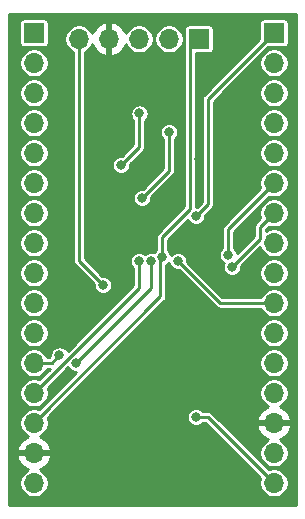
<source format=gbl>
%TF.GenerationSoftware,KiCad,Pcbnew,(5.1.10)-1*%
%TF.CreationDate,2021-10-10T23:46:45-04:00*%
%TF.ProjectId,STM_SimpleBreakout,53544d5f-5369-46d7-906c-65427265616b,rev?*%
%TF.SameCoordinates,Original*%
%TF.FileFunction,Copper,L2,Bot*%
%TF.FilePolarity,Positive*%
%FSLAX46Y46*%
G04 Gerber Fmt 4.6, Leading zero omitted, Abs format (unit mm)*
G04 Created by KiCad (PCBNEW (5.1.10)-1) date 2021-10-10 23:46:45*
%MOMM*%
%LPD*%
G01*
G04 APERTURE LIST*
%TA.AperFunction,ComponentPad*%
%ADD10O,1.700000X1.700000*%
%TD*%
%TA.AperFunction,ComponentPad*%
%ADD11R,1.700000X1.700000*%
%TD*%
%TA.AperFunction,ViaPad*%
%ADD12C,0.800000*%
%TD*%
%TA.AperFunction,Conductor*%
%ADD13C,0.250000*%
%TD*%
%TA.AperFunction,Conductor*%
%ADD14C,0.254000*%
%TD*%
%TA.AperFunction,Conductor*%
%ADD15C,0.100000*%
%TD*%
G04 APERTURE END LIST*
D10*
%TO.P,J2,16*%
%TO.N,GND*%
X152400000Y-114300000D03*
%TO.P,J2,15*%
%TO.N,+3V3*%
X152400000Y-111760000D03*
%TO.P,J2,14*%
%TO.N,/RESET*%
X152400000Y-109220000D03*
%TO.P,J2,13*%
%TO.N,/PC14*%
X152400000Y-106680000D03*
%TO.P,J2,12*%
%TO.N,/PC15*%
X152400000Y-104140000D03*
%TO.P,J2,11*%
%TO.N,/PB7*%
X152400000Y-101600000D03*
%TO.P,J2,10*%
%TO.N,/PB6*%
X152400000Y-99060000D03*
%TO.P,J2,9*%
%TO.N,/PB5*%
X152400000Y-96520000D03*
%TO.P,J2,8*%
%TO.N,/PB4*%
X152400000Y-93980000D03*
%TO.P,J2,7*%
%TO.N,/PB3*%
X152400000Y-91440000D03*
%TO.P,J2,6*%
%TO.N,/PA15*%
X152400000Y-88900000D03*
%TO.P,J2,5*%
%TO.N,/PA12*%
X152400000Y-86360000D03*
%TO.P,J2,4*%
%TO.N,/PA11*%
X152400000Y-83820000D03*
%TO.P,J2,3*%
%TO.N,/PA10*%
X152400000Y-81280000D03*
%TO.P,J2,2*%
%TO.N,/PA9*%
X152400000Y-78740000D03*
D11*
%TO.P,J2,1*%
%TO.N,/PA8*%
X152400000Y-76200000D03*
%TD*%
D10*
%TO.P,J3,16*%
%TO.N,GND*%
X172720000Y-114300000D03*
%TO.P,J3,15*%
%TO.N,+5V*%
X172720000Y-111760000D03*
%TO.P,J3,14*%
%TO.N,+3V3*%
X172720000Y-109220000D03*
%TO.P,J3,13*%
%TO.N,N/C*%
X172720000Y-106680000D03*
%TO.P,J3,12*%
X172720000Y-104140000D03*
%TO.P,J3,11*%
X172720000Y-101600000D03*
%TO.P,J3,10*%
%TO.N,/PA0*%
X172720000Y-99060000D03*
%TO.P,J3,9*%
%TO.N,/PA1*%
X172720000Y-96520000D03*
%TO.P,J3,8*%
%TO.N,/PA2*%
X172720000Y-93980000D03*
%TO.P,J3,7*%
%TO.N,/PA3*%
X172720000Y-91440000D03*
%TO.P,J3,6*%
%TO.N,/PA4*%
X172720000Y-88900000D03*
%TO.P,J3,5*%
%TO.N,/PA5*%
X172720000Y-86360000D03*
%TO.P,J3,4*%
%TO.N,/PA6*%
X172720000Y-83820000D03*
%TO.P,J3,3*%
%TO.N,/PA7*%
X172720000Y-81280000D03*
%TO.P,J3,2*%
%TO.N,/PB1*%
X172720000Y-78740000D03*
D11*
%TO.P,J3,1*%
%TO.N,/PB0*%
X172720000Y-76200000D03*
%TD*%
D10*
%TO.P,J1,5*%
%TO.N,GND*%
X156210000Y-76708000D03*
%TO.P,J1,4*%
%TO.N,+3V3*%
X158750000Y-76708000D03*
%TO.P,J1,3*%
%TO.N,/SWCLK*%
X161290000Y-76708000D03*
%TO.P,J1,2*%
%TO.N,/SWDIO*%
X163830000Y-76708000D03*
D11*
%TO.P,J1,1*%
%TO.N,/RESET*%
X166370000Y-76708000D03*
%TD*%
D12*
%TO.N,GND*%
X166116000Y-108712000D03*
X158242000Y-97536000D03*
%TO.N,+3V3*%
X168148000Y-105156000D03*
X169926000Y-105918000D03*
X163830000Y-101346000D03*
X160274000Y-102616000D03*
X166370000Y-86868000D03*
X165100000Y-111506000D03*
%TO.N,/RESET*%
X163254685Y-95187772D03*
%TO.N,/SWCLK*%
X159766000Y-87376000D03*
X161328153Y-83019847D03*
%TO.N,/SWDIO*%
X161544000Y-90170000D03*
X163830000Y-84582000D03*
%TO.N,/PC14*%
X161290000Y-95504000D03*
%TO.N,/PC15*%
X154554347Y-103500347D03*
X155960653Y-104144653D03*
X162306000Y-95504000D03*
%TO.N,/PA4*%
X168812105Y-94988846D03*
%TO.N,/PA3*%
X169164000Y-96012000D03*
%TO.N,/PA0*%
X164592000Y-95504000D03*
%TO.N,/PB0*%
X166116000Y-91694000D03*
%TD*%
D13*
%TO.N,GND*%
X167132000Y-108712000D02*
X172720000Y-114300000D01*
X166116000Y-108712000D02*
X167132000Y-108712000D01*
X156210000Y-95504000D02*
X158242000Y-97536000D01*
X156210000Y-76708000D02*
X156210000Y-95504000D01*
%TO.N,/RESET*%
X163104999Y-98515001D02*
X152400000Y-109220000D01*
X163104999Y-95337458D02*
X163104999Y-98515001D01*
X163254685Y-95187772D02*
X163104999Y-95337458D01*
X165644999Y-77433001D02*
X166370000Y-76708000D01*
X165644999Y-91091999D02*
X165644999Y-77433001D01*
X163254685Y-93482313D02*
X165644999Y-91091999D01*
X163254685Y-95187772D02*
X163254685Y-93482313D01*
%TO.N,/SWCLK*%
X161290000Y-85852000D02*
X161290000Y-85598000D01*
X159766000Y-87376000D02*
X161290000Y-85852000D01*
X161290000Y-85598000D02*
X161290000Y-85857087D01*
X161328153Y-85559847D02*
X161290000Y-85598000D01*
X161328153Y-83019847D02*
X161328153Y-85559847D01*
%TO.N,/SWDIO*%
X163830000Y-87884000D02*
X163830000Y-84582000D01*
X161544000Y-90170000D02*
X163830000Y-87884000D01*
%TO.N,/PC14*%
X161290000Y-97790000D02*
X152400000Y-106680000D01*
X161290000Y-95504000D02*
X161290000Y-97790000D01*
%TO.N,/PC15*%
X153914694Y-104140000D02*
X154554347Y-103500347D01*
X152400000Y-104140000D02*
X153914694Y-104140000D01*
X162306000Y-97799306D02*
X162306000Y-95504000D01*
X155960653Y-104144653D02*
X162306000Y-97799306D01*
%TO.N,/PA4*%
X168812105Y-92807895D02*
X172720000Y-88900000D01*
X168812105Y-94988846D02*
X168812105Y-92807895D01*
%TO.N,/PA3*%
X171544999Y-93631001D02*
X169164000Y-96012000D01*
X171544999Y-92615001D02*
X171544999Y-93631001D01*
X172720000Y-91440000D02*
X171544999Y-92615001D01*
%TO.N,/PA0*%
X168148000Y-99060000D02*
X172720000Y-99060000D01*
X164592000Y-95504000D02*
X168148000Y-99060000D01*
%TO.N,/PB0*%
X167095001Y-81824999D02*
X172720000Y-76200000D01*
X167095001Y-90714999D02*
X167095001Y-81824999D01*
X166116000Y-91694000D02*
X167095001Y-90714999D01*
%TD*%
D14*
%TO.N,+3V3*%
X174600000Y-116180000D02*
X150266000Y-116180000D01*
X150266000Y-112116890D01*
X150958524Y-112116890D01*
X151003175Y-112264099D01*
X151128359Y-112526920D01*
X151302412Y-112760269D01*
X151518645Y-112955178D01*
X151768748Y-113104157D01*
X151931168Y-113161772D01*
X151816903Y-113209102D01*
X151615283Y-113343820D01*
X151443820Y-113515283D01*
X151309102Y-113716903D01*
X151216307Y-113940931D01*
X151169000Y-114178757D01*
X151169000Y-114421243D01*
X151216307Y-114659069D01*
X151309102Y-114883097D01*
X151443820Y-115084717D01*
X151615283Y-115256180D01*
X151816903Y-115390898D01*
X152040931Y-115483693D01*
X152278757Y-115531000D01*
X152521243Y-115531000D01*
X152759069Y-115483693D01*
X152983097Y-115390898D01*
X153184717Y-115256180D01*
X153356180Y-115084717D01*
X153490898Y-114883097D01*
X153583693Y-114659069D01*
X153631000Y-114421243D01*
X153631000Y-114178757D01*
X153583693Y-113940931D01*
X153490898Y-113716903D01*
X153356180Y-113515283D01*
X153184717Y-113343820D01*
X152983097Y-113209102D01*
X152868832Y-113161772D01*
X153031252Y-113104157D01*
X153281355Y-112955178D01*
X153497588Y-112760269D01*
X153671641Y-112526920D01*
X153796825Y-112264099D01*
X153841476Y-112116890D01*
X153720155Y-111887000D01*
X152527000Y-111887000D01*
X152527000Y-111907000D01*
X152273000Y-111907000D01*
X152273000Y-111887000D01*
X151079845Y-111887000D01*
X150958524Y-112116890D01*
X150266000Y-112116890D01*
X150266000Y-111403110D01*
X150958524Y-111403110D01*
X151079845Y-111633000D01*
X152273000Y-111633000D01*
X152273000Y-111613000D01*
X152527000Y-111613000D01*
X152527000Y-111633000D01*
X153720155Y-111633000D01*
X153841476Y-111403110D01*
X153796825Y-111255901D01*
X153671641Y-110993080D01*
X153497588Y-110759731D01*
X153281355Y-110564822D01*
X153031252Y-110415843D01*
X152868832Y-110358228D01*
X152983097Y-110310898D01*
X153184717Y-110176180D01*
X153356180Y-110004717D01*
X153490898Y-109803097D01*
X153583693Y-109579069D01*
X153631000Y-109341243D01*
X153631000Y-109098757D01*
X153583693Y-108860931D01*
X153551758Y-108783833D01*
X153700513Y-108635078D01*
X165335000Y-108635078D01*
X165335000Y-108788922D01*
X165365013Y-108939809D01*
X165423887Y-109081942D01*
X165509358Y-109209859D01*
X165618141Y-109318642D01*
X165746058Y-109404113D01*
X165888191Y-109462987D01*
X166039078Y-109493000D01*
X166192922Y-109493000D01*
X166343809Y-109462987D01*
X166485942Y-109404113D01*
X166613859Y-109318642D01*
X166714501Y-109218000D01*
X166922409Y-109218000D01*
X171568242Y-113863834D01*
X171536307Y-113940931D01*
X171489000Y-114178757D01*
X171489000Y-114421243D01*
X171536307Y-114659069D01*
X171629102Y-114883097D01*
X171763820Y-115084717D01*
X171935283Y-115256180D01*
X172136903Y-115390898D01*
X172360931Y-115483693D01*
X172598757Y-115531000D01*
X172841243Y-115531000D01*
X173079069Y-115483693D01*
X173303097Y-115390898D01*
X173504717Y-115256180D01*
X173676180Y-115084717D01*
X173810898Y-114883097D01*
X173903693Y-114659069D01*
X173951000Y-114421243D01*
X173951000Y-114178757D01*
X173903693Y-113940931D01*
X173810898Y-113716903D01*
X173676180Y-113515283D01*
X173504717Y-113343820D01*
X173303097Y-113209102D01*
X173079069Y-113116307D01*
X172841243Y-113069000D01*
X172598757Y-113069000D01*
X172360931Y-113116307D01*
X172283834Y-113148242D01*
X168712482Y-109576890D01*
X171278524Y-109576890D01*
X171323175Y-109724099D01*
X171448359Y-109986920D01*
X171622412Y-110220269D01*
X171838645Y-110415178D01*
X172088748Y-110564157D01*
X172251168Y-110621772D01*
X172136903Y-110669102D01*
X171935283Y-110803820D01*
X171763820Y-110975283D01*
X171629102Y-111176903D01*
X171536307Y-111400931D01*
X171489000Y-111638757D01*
X171489000Y-111881243D01*
X171536307Y-112119069D01*
X171629102Y-112343097D01*
X171763820Y-112544717D01*
X171935283Y-112716180D01*
X172136903Y-112850898D01*
X172360931Y-112943693D01*
X172598757Y-112991000D01*
X172841243Y-112991000D01*
X173079069Y-112943693D01*
X173303097Y-112850898D01*
X173504717Y-112716180D01*
X173676180Y-112544717D01*
X173810898Y-112343097D01*
X173903693Y-112119069D01*
X173951000Y-111881243D01*
X173951000Y-111638757D01*
X173903693Y-111400931D01*
X173810898Y-111176903D01*
X173676180Y-110975283D01*
X173504717Y-110803820D01*
X173303097Y-110669102D01*
X173188832Y-110621772D01*
X173351252Y-110564157D01*
X173601355Y-110415178D01*
X173817588Y-110220269D01*
X173991641Y-109986920D01*
X174116825Y-109724099D01*
X174161476Y-109576890D01*
X174040155Y-109347000D01*
X172847000Y-109347000D01*
X172847000Y-109367000D01*
X172593000Y-109367000D01*
X172593000Y-109347000D01*
X171399845Y-109347000D01*
X171278524Y-109576890D01*
X168712482Y-109576890D01*
X167998702Y-108863110D01*
X171278524Y-108863110D01*
X171399845Y-109093000D01*
X172593000Y-109093000D01*
X172593000Y-109073000D01*
X172847000Y-109073000D01*
X172847000Y-109093000D01*
X174040155Y-109093000D01*
X174161476Y-108863110D01*
X174116825Y-108715901D01*
X173991641Y-108453080D01*
X173817588Y-108219731D01*
X173601355Y-108024822D01*
X173351252Y-107875843D01*
X173188832Y-107818228D01*
X173303097Y-107770898D01*
X173504717Y-107636180D01*
X173676180Y-107464717D01*
X173810898Y-107263097D01*
X173903693Y-107039069D01*
X173951000Y-106801243D01*
X173951000Y-106558757D01*
X173903693Y-106320931D01*
X173810898Y-106096903D01*
X173676180Y-105895283D01*
X173504717Y-105723820D01*
X173303097Y-105589102D01*
X173079069Y-105496307D01*
X172841243Y-105449000D01*
X172598757Y-105449000D01*
X172360931Y-105496307D01*
X172136903Y-105589102D01*
X171935283Y-105723820D01*
X171763820Y-105895283D01*
X171629102Y-106096903D01*
X171536307Y-106320931D01*
X171489000Y-106558757D01*
X171489000Y-106801243D01*
X171536307Y-107039069D01*
X171629102Y-107263097D01*
X171763820Y-107464717D01*
X171935283Y-107636180D01*
X172136903Y-107770898D01*
X172251168Y-107818228D01*
X172088748Y-107875843D01*
X171838645Y-108024822D01*
X171622412Y-108219731D01*
X171448359Y-108453080D01*
X171323175Y-108715901D01*
X171278524Y-108863110D01*
X167998702Y-108863110D01*
X167507376Y-108371785D01*
X167491527Y-108352473D01*
X167414479Y-108289241D01*
X167326575Y-108242255D01*
X167231193Y-108213322D01*
X167156854Y-108206000D01*
X167156846Y-108206000D01*
X167132000Y-108203553D01*
X167107154Y-108206000D01*
X166714501Y-108206000D01*
X166613859Y-108105358D01*
X166485942Y-108019887D01*
X166343809Y-107961013D01*
X166192922Y-107931000D01*
X166039078Y-107931000D01*
X165888191Y-107961013D01*
X165746058Y-108019887D01*
X165618141Y-108105358D01*
X165509358Y-108214141D01*
X165423887Y-108342058D01*
X165365013Y-108484191D01*
X165335000Y-108635078D01*
X153700513Y-108635078D01*
X158316834Y-104018757D01*
X171489000Y-104018757D01*
X171489000Y-104261243D01*
X171536307Y-104499069D01*
X171629102Y-104723097D01*
X171763820Y-104924717D01*
X171935283Y-105096180D01*
X172136903Y-105230898D01*
X172360931Y-105323693D01*
X172598757Y-105371000D01*
X172841243Y-105371000D01*
X173079069Y-105323693D01*
X173303097Y-105230898D01*
X173504717Y-105096180D01*
X173676180Y-104924717D01*
X173810898Y-104723097D01*
X173903693Y-104499069D01*
X173951000Y-104261243D01*
X173951000Y-104018757D01*
X173903693Y-103780931D01*
X173810898Y-103556903D01*
X173676180Y-103355283D01*
X173504717Y-103183820D01*
X173303097Y-103049102D01*
X173079069Y-102956307D01*
X172841243Y-102909000D01*
X172598757Y-102909000D01*
X172360931Y-102956307D01*
X172136903Y-103049102D01*
X171935283Y-103183820D01*
X171763820Y-103355283D01*
X171629102Y-103556903D01*
X171536307Y-103780931D01*
X171489000Y-104018757D01*
X158316834Y-104018757D01*
X160856834Y-101478757D01*
X171489000Y-101478757D01*
X171489000Y-101721243D01*
X171536307Y-101959069D01*
X171629102Y-102183097D01*
X171763820Y-102384717D01*
X171935283Y-102556180D01*
X172136903Y-102690898D01*
X172360931Y-102783693D01*
X172598757Y-102831000D01*
X172841243Y-102831000D01*
X173079069Y-102783693D01*
X173303097Y-102690898D01*
X173504717Y-102556180D01*
X173676180Y-102384717D01*
X173810898Y-102183097D01*
X173903693Y-101959069D01*
X173951000Y-101721243D01*
X173951000Y-101478757D01*
X173903693Y-101240931D01*
X173810898Y-101016903D01*
X173676180Y-100815283D01*
X173504717Y-100643820D01*
X173303097Y-100509102D01*
X173079069Y-100416307D01*
X172841243Y-100369000D01*
X172598757Y-100369000D01*
X172360931Y-100416307D01*
X172136903Y-100509102D01*
X171935283Y-100643820D01*
X171763820Y-100815283D01*
X171629102Y-101016903D01*
X171536307Y-101240931D01*
X171489000Y-101478757D01*
X160856834Y-101478757D01*
X163445219Y-98890373D01*
X163464526Y-98874528D01*
X163527758Y-98797480D01*
X163574744Y-98709576D01*
X163603677Y-98614194D01*
X163610999Y-98539855D01*
X163613447Y-98515001D01*
X163610999Y-98490147D01*
X163610999Y-95885530D01*
X163624627Y-95879885D01*
X163752544Y-95794414D01*
X163836722Y-95710236D01*
X163841013Y-95731809D01*
X163899887Y-95873942D01*
X163985358Y-96001859D01*
X164094141Y-96110642D01*
X164222058Y-96196113D01*
X164364191Y-96254987D01*
X164515078Y-96285000D01*
X164657409Y-96285000D01*
X167772628Y-99400220D01*
X167788473Y-99419527D01*
X167865521Y-99482759D01*
X167953425Y-99529745D01*
X168026607Y-99551944D01*
X168048806Y-99558678D01*
X168058694Y-99559652D01*
X168123146Y-99566000D01*
X168123153Y-99566000D01*
X168147999Y-99568447D01*
X168172845Y-99566000D01*
X171597168Y-99566000D01*
X171629102Y-99643097D01*
X171763820Y-99844717D01*
X171935283Y-100016180D01*
X172136903Y-100150898D01*
X172360931Y-100243693D01*
X172598757Y-100291000D01*
X172841243Y-100291000D01*
X173079069Y-100243693D01*
X173303097Y-100150898D01*
X173504717Y-100016180D01*
X173676180Y-99844717D01*
X173810898Y-99643097D01*
X173903693Y-99419069D01*
X173951000Y-99181243D01*
X173951000Y-98938757D01*
X173903693Y-98700931D01*
X173810898Y-98476903D01*
X173676180Y-98275283D01*
X173504717Y-98103820D01*
X173303097Y-97969102D01*
X173079069Y-97876307D01*
X172841243Y-97829000D01*
X172598757Y-97829000D01*
X172360931Y-97876307D01*
X172136903Y-97969102D01*
X171935283Y-98103820D01*
X171763820Y-98275283D01*
X171629102Y-98476903D01*
X171597168Y-98554000D01*
X168357592Y-98554000D01*
X165373000Y-95569409D01*
X165373000Y-95427078D01*
X165342987Y-95276191D01*
X165284113Y-95134058D01*
X165198642Y-95006141D01*
X165104425Y-94911924D01*
X168031105Y-94911924D01*
X168031105Y-95065768D01*
X168061118Y-95216655D01*
X168119992Y-95358788D01*
X168205463Y-95486705D01*
X168314246Y-95595488D01*
X168442163Y-95680959D01*
X168453780Y-95685771D01*
X168413013Y-95784191D01*
X168383000Y-95935078D01*
X168383000Y-96088922D01*
X168413013Y-96239809D01*
X168471887Y-96381942D01*
X168557358Y-96509859D01*
X168666141Y-96618642D01*
X168794058Y-96704113D01*
X168936191Y-96762987D01*
X169087078Y-96793000D01*
X169240922Y-96793000D01*
X169391809Y-96762987D01*
X169533942Y-96704113D01*
X169661859Y-96618642D01*
X169770642Y-96509859D01*
X169844877Y-96398757D01*
X171489000Y-96398757D01*
X171489000Y-96641243D01*
X171536307Y-96879069D01*
X171629102Y-97103097D01*
X171763820Y-97304717D01*
X171935283Y-97476180D01*
X172136903Y-97610898D01*
X172360931Y-97703693D01*
X172598757Y-97751000D01*
X172841243Y-97751000D01*
X173079069Y-97703693D01*
X173303097Y-97610898D01*
X173504717Y-97476180D01*
X173676180Y-97304717D01*
X173810898Y-97103097D01*
X173903693Y-96879069D01*
X173951000Y-96641243D01*
X173951000Y-96398757D01*
X173903693Y-96160931D01*
X173810898Y-95936903D01*
X173676180Y-95735283D01*
X173504717Y-95563820D01*
X173303097Y-95429102D01*
X173079069Y-95336307D01*
X172841243Y-95289000D01*
X172598757Y-95289000D01*
X172360931Y-95336307D01*
X172136903Y-95429102D01*
X171935283Y-95563820D01*
X171763820Y-95735283D01*
X171629102Y-95936903D01*
X171536307Y-96160931D01*
X171489000Y-96398757D01*
X169844877Y-96398757D01*
X169856113Y-96381942D01*
X169914987Y-96239809D01*
X169945000Y-96088922D01*
X169945000Y-95946591D01*
X171541056Y-94350535D01*
X171629102Y-94563097D01*
X171763820Y-94764717D01*
X171935283Y-94936180D01*
X172136903Y-95070898D01*
X172360931Y-95163693D01*
X172598757Y-95211000D01*
X172841243Y-95211000D01*
X173079069Y-95163693D01*
X173303097Y-95070898D01*
X173504717Y-94936180D01*
X173676180Y-94764717D01*
X173810898Y-94563097D01*
X173903693Y-94339069D01*
X173951000Y-94101243D01*
X173951000Y-93858757D01*
X173903693Y-93620931D01*
X173810898Y-93396903D01*
X173676180Y-93195283D01*
X173504717Y-93023820D01*
X173303097Y-92889102D01*
X173079069Y-92796307D01*
X172841243Y-92749000D01*
X172598757Y-92749000D01*
X172360931Y-92796307D01*
X172136903Y-92889102D01*
X172050999Y-92946501D01*
X172050999Y-92824592D01*
X172283833Y-92591758D01*
X172360931Y-92623693D01*
X172598757Y-92671000D01*
X172841243Y-92671000D01*
X173079069Y-92623693D01*
X173303097Y-92530898D01*
X173504717Y-92396180D01*
X173676180Y-92224717D01*
X173810898Y-92023097D01*
X173903693Y-91799069D01*
X173951000Y-91561243D01*
X173951000Y-91318757D01*
X173903693Y-91080931D01*
X173810898Y-90856903D01*
X173676180Y-90655283D01*
X173504717Y-90483820D01*
X173303097Y-90349102D01*
X173079069Y-90256307D01*
X172841243Y-90209000D01*
X172598757Y-90209000D01*
X172360931Y-90256307D01*
X172136903Y-90349102D01*
X171935283Y-90483820D01*
X171763820Y-90655283D01*
X171629102Y-90856903D01*
X171536307Y-91080931D01*
X171489000Y-91318757D01*
X171489000Y-91561243D01*
X171536307Y-91799069D01*
X171568242Y-91876167D01*
X171204784Y-92239625D01*
X171185472Y-92255474D01*
X171122240Y-92332522D01*
X171075254Y-92420427D01*
X171046321Y-92515809D01*
X171038999Y-92590148D01*
X171038999Y-92590155D01*
X171036552Y-92615001D01*
X171038999Y-92639848D01*
X171039000Y-93421408D01*
X169585702Y-94874707D01*
X169563092Y-94761037D01*
X169504218Y-94618904D01*
X169418747Y-94490987D01*
X169318105Y-94390345D01*
X169318105Y-93017486D01*
X172283833Y-90051758D01*
X172360931Y-90083693D01*
X172598757Y-90131000D01*
X172841243Y-90131000D01*
X173079069Y-90083693D01*
X173303097Y-89990898D01*
X173504717Y-89856180D01*
X173676180Y-89684717D01*
X173810898Y-89483097D01*
X173903693Y-89259069D01*
X173951000Y-89021243D01*
X173951000Y-88778757D01*
X173903693Y-88540931D01*
X173810898Y-88316903D01*
X173676180Y-88115283D01*
X173504717Y-87943820D01*
X173303097Y-87809102D01*
X173079069Y-87716307D01*
X172841243Y-87669000D01*
X172598757Y-87669000D01*
X172360931Y-87716307D01*
X172136903Y-87809102D01*
X171935283Y-87943820D01*
X171763820Y-88115283D01*
X171629102Y-88316903D01*
X171536307Y-88540931D01*
X171489000Y-88778757D01*
X171489000Y-89021243D01*
X171536307Y-89259069D01*
X171568242Y-89336167D01*
X168471886Y-92432523D01*
X168452579Y-92448368D01*
X168389347Y-92525416D01*
X168386417Y-92530898D01*
X168342360Y-92613321D01*
X168313427Y-92708703D01*
X168303658Y-92807895D01*
X168306106Y-92832751D01*
X168306105Y-94390345D01*
X168205463Y-94490987D01*
X168119992Y-94618904D01*
X168061118Y-94761037D01*
X168031105Y-94911924D01*
X165104425Y-94911924D01*
X165089859Y-94897358D01*
X164961942Y-94811887D01*
X164819809Y-94753013D01*
X164668922Y-94723000D01*
X164515078Y-94723000D01*
X164364191Y-94753013D01*
X164222058Y-94811887D01*
X164094141Y-94897358D01*
X164009963Y-94981536D01*
X164005672Y-94959963D01*
X163946798Y-94817830D01*
X163861327Y-94689913D01*
X163760685Y-94589271D01*
X163760685Y-93691904D01*
X165413566Y-92039024D01*
X165423887Y-92063942D01*
X165509358Y-92191859D01*
X165618141Y-92300642D01*
X165746058Y-92386113D01*
X165888191Y-92444987D01*
X166039078Y-92475000D01*
X166192922Y-92475000D01*
X166343809Y-92444987D01*
X166485942Y-92386113D01*
X166613859Y-92300642D01*
X166722642Y-92191859D01*
X166808113Y-92063942D01*
X166866987Y-91921809D01*
X166897000Y-91770922D01*
X166897000Y-91628591D01*
X167435221Y-91090371D01*
X167454528Y-91074526D01*
X167517760Y-90997478D01*
X167564746Y-90909574D01*
X167593679Y-90814192D01*
X167601001Y-90739853D01*
X167601001Y-90739846D01*
X167603448Y-90715000D01*
X167601001Y-90690154D01*
X167601001Y-86238757D01*
X171489000Y-86238757D01*
X171489000Y-86481243D01*
X171536307Y-86719069D01*
X171629102Y-86943097D01*
X171763820Y-87144717D01*
X171935283Y-87316180D01*
X172136903Y-87450898D01*
X172360931Y-87543693D01*
X172598757Y-87591000D01*
X172841243Y-87591000D01*
X173079069Y-87543693D01*
X173303097Y-87450898D01*
X173504717Y-87316180D01*
X173676180Y-87144717D01*
X173810898Y-86943097D01*
X173903693Y-86719069D01*
X173951000Y-86481243D01*
X173951000Y-86238757D01*
X173903693Y-86000931D01*
X173810898Y-85776903D01*
X173676180Y-85575283D01*
X173504717Y-85403820D01*
X173303097Y-85269102D01*
X173079069Y-85176307D01*
X172841243Y-85129000D01*
X172598757Y-85129000D01*
X172360931Y-85176307D01*
X172136903Y-85269102D01*
X171935283Y-85403820D01*
X171763820Y-85575283D01*
X171629102Y-85776903D01*
X171536307Y-86000931D01*
X171489000Y-86238757D01*
X167601001Y-86238757D01*
X167601001Y-83698757D01*
X171489000Y-83698757D01*
X171489000Y-83941243D01*
X171536307Y-84179069D01*
X171629102Y-84403097D01*
X171763820Y-84604717D01*
X171935283Y-84776180D01*
X172136903Y-84910898D01*
X172360931Y-85003693D01*
X172598757Y-85051000D01*
X172841243Y-85051000D01*
X173079069Y-85003693D01*
X173303097Y-84910898D01*
X173504717Y-84776180D01*
X173676180Y-84604717D01*
X173810898Y-84403097D01*
X173903693Y-84179069D01*
X173951000Y-83941243D01*
X173951000Y-83698757D01*
X173903693Y-83460931D01*
X173810898Y-83236903D01*
X173676180Y-83035283D01*
X173504717Y-82863820D01*
X173303097Y-82729102D01*
X173079069Y-82636307D01*
X172841243Y-82589000D01*
X172598757Y-82589000D01*
X172360931Y-82636307D01*
X172136903Y-82729102D01*
X171935283Y-82863820D01*
X171763820Y-83035283D01*
X171629102Y-83236903D01*
X171536307Y-83460931D01*
X171489000Y-83698757D01*
X167601001Y-83698757D01*
X167601001Y-82034590D01*
X168476834Y-81158757D01*
X171489000Y-81158757D01*
X171489000Y-81401243D01*
X171536307Y-81639069D01*
X171629102Y-81863097D01*
X171763820Y-82064717D01*
X171935283Y-82236180D01*
X172136903Y-82370898D01*
X172360931Y-82463693D01*
X172598757Y-82511000D01*
X172841243Y-82511000D01*
X173079069Y-82463693D01*
X173303097Y-82370898D01*
X173504717Y-82236180D01*
X173676180Y-82064717D01*
X173810898Y-81863097D01*
X173903693Y-81639069D01*
X173951000Y-81401243D01*
X173951000Y-81158757D01*
X173903693Y-80920931D01*
X173810898Y-80696903D01*
X173676180Y-80495283D01*
X173504717Y-80323820D01*
X173303097Y-80189102D01*
X173079069Y-80096307D01*
X172841243Y-80049000D01*
X172598757Y-80049000D01*
X172360931Y-80096307D01*
X172136903Y-80189102D01*
X171935283Y-80323820D01*
X171763820Y-80495283D01*
X171629102Y-80696903D01*
X171536307Y-80920931D01*
X171489000Y-81158757D01*
X168476834Y-81158757D01*
X171016834Y-78618757D01*
X171489000Y-78618757D01*
X171489000Y-78861243D01*
X171536307Y-79099069D01*
X171629102Y-79323097D01*
X171763820Y-79524717D01*
X171935283Y-79696180D01*
X172136903Y-79830898D01*
X172360931Y-79923693D01*
X172598757Y-79971000D01*
X172841243Y-79971000D01*
X173079069Y-79923693D01*
X173303097Y-79830898D01*
X173504717Y-79696180D01*
X173676180Y-79524717D01*
X173810898Y-79323097D01*
X173903693Y-79099069D01*
X173951000Y-78861243D01*
X173951000Y-78618757D01*
X173903693Y-78380931D01*
X173810898Y-78156903D01*
X173676180Y-77955283D01*
X173504717Y-77783820D01*
X173303097Y-77649102D01*
X173079069Y-77556307D01*
X172841243Y-77509000D01*
X172598757Y-77509000D01*
X172360931Y-77556307D01*
X172136903Y-77649102D01*
X171935283Y-77783820D01*
X171763820Y-77955283D01*
X171629102Y-78156903D01*
X171536307Y-78380931D01*
X171489000Y-78618757D01*
X171016834Y-78618757D01*
X172202749Y-77432843D01*
X173570000Y-77432843D01*
X173644689Y-77425487D01*
X173716508Y-77403701D01*
X173782696Y-77368322D01*
X173840711Y-77320711D01*
X173888322Y-77262696D01*
X173923701Y-77196508D01*
X173945487Y-77124689D01*
X173952843Y-77050000D01*
X173952843Y-75350000D01*
X173945487Y-75275311D01*
X173923701Y-75203492D01*
X173888322Y-75137304D01*
X173840711Y-75079289D01*
X173782696Y-75031678D01*
X173716508Y-74996299D01*
X173644689Y-74974513D01*
X173570000Y-74967157D01*
X171870000Y-74967157D01*
X171795311Y-74974513D01*
X171723492Y-74996299D01*
X171657304Y-75031678D01*
X171599289Y-75079289D01*
X171551678Y-75137304D01*
X171516299Y-75203492D01*
X171494513Y-75275311D01*
X171487157Y-75350000D01*
X171487157Y-76717251D01*
X166754782Y-81449627D01*
X166735475Y-81465472D01*
X166672243Y-81542520D01*
X166647128Y-81589507D01*
X166625256Y-81630425D01*
X166596323Y-81725807D01*
X166586554Y-81824999D01*
X166589002Y-81849855D01*
X166589001Y-90505407D01*
X166181409Y-90913000D01*
X166150999Y-90913000D01*
X166150999Y-77940843D01*
X167220000Y-77940843D01*
X167294689Y-77933487D01*
X167366508Y-77911701D01*
X167432696Y-77876322D01*
X167490711Y-77828711D01*
X167538322Y-77770696D01*
X167573701Y-77704508D01*
X167595487Y-77632689D01*
X167602843Y-77558000D01*
X167602843Y-75858000D01*
X167595487Y-75783311D01*
X167573701Y-75711492D01*
X167538322Y-75645304D01*
X167490711Y-75587289D01*
X167432696Y-75539678D01*
X167366508Y-75504299D01*
X167294689Y-75482513D01*
X167220000Y-75475157D01*
X165520000Y-75475157D01*
X165445311Y-75482513D01*
X165373492Y-75504299D01*
X165307304Y-75539678D01*
X165249289Y-75587289D01*
X165201678Y-75645304D01*
X165166299Y-75711492D01*
X165144513Y-75783311D01*
X165137157Y-75858000D01*
X165137157Y-77426858D01*
X165136552Y-77433001D01*
X165137157Y-77439144D01*
X165137157Y-77558000D01*
X165139000Y-77576713D01*
X165138999Y-90882407D01*
X162914466Y-93106941D01*
X162895159Y-93122786D01*
X162831927Y-93199834D01*
X162815454Y-93230653D01*
X162784940Y-93287739D01*
X162756007Y-93383121D01*
X162746238Y-93482313D01*
X162748686Y-93507169D01*
X162748685Y-94589271D01*
X162648043Y-94689913D01*
X162590258Y-94776395D01*
X162533809Y-94753013D01*
X162382922Y-94723000D01*
X162229078Y-94723000D01*
X162078191Y-94753013D01*
X161936058Y-94811887D01*
X161808141Y-94897358D01*
X161798000Y-94907499D01*
X161787859Y-94897358D01*
X161659942Y-94811887D01*
X161517809Y-94753013D01*
X161366922Y-94723000D01*
X161213078Y-94723000D01*
X161062191Y-94753013D01*
X160920058Y-94811887D01*
X160792141Y-94897358D01*
X160683358Y-95006141D01*
X160597887Y-95134058D01*
X160539013Y-95276191D01*
X160509000Y-95427078D01*
X160509000Y-95580922D01*
X160539013Y-95731809D01*
X160597887Y-95873942D01*
X160683358Y-96001859D01*
X160784000Y-96102501D01*
X160784001Y-97580407D01*
X155241471Y-103122938D01*
X155160989Y-103002488D01*
X155052206Y-102893705D01*
X154924289Y-102808234D01*
X154782156Y-102749360D01*
X154631269Y-102719347D01*
X154477425Y-102719347D01*
X154326538Y-102749360D01*
X154184405Y-102808234D01*
X154056488Y-102893705D01*
X153947705Y-103002488D01*
X153862234Y-103130405D01*
X153803360Y-103272538D01*
X153773347Y-103423425D01*
X153773347Y-103565756D01*
X153705103Y-103634000D01*
X153522832Y-103634000D01*
X153490898Y-103556903D01*
X153356180Y-103355283D01*
X153184717Y-103183820D01*
X152983097Y-103049102D01*
X152759069Y-102956307D01*
X152521243Y-102909000D01*
X152278757Y-102909000D01*
X152040931Y-102956307D01*
X151816903Y-103049102D01*
X151615283Y-103183820D01*
X151443820Y-103355283D01*
X151309102Y-103556903D01*
X151216307Y-103780931D01*
X151169000Y-104018757D01*
X151169000Y-104261243D01*
X151216307Y-104499069D01*
X151309102Y-104723097D01*
X151443820Y-104924717D01*
X151615283Y-105096180D01*
X151816903Y-105230898D01*
X152040931Y-105323693D01*
X152278757Y-105371000D01*
X152521243Y-105371000D01*
X152759069Y-105323693D01*
X152983097Y-105230898D01*
X153184717Y-105096180D01*
X153356180Y-104924717D01*
X153490898Y-104723097D01*
X153522832Y-104646000D01*
X153718409Y-104646000D01*
X152836167Y-105528242D01*
X152759069Y-105496307D01*
X152521243Y-105449000D01*
X152278757Y-105449000D01*
X152040931Y-105496307D01*
X151816903Y-105589102D01*
X151615283Y-105723820D01*
X151443820Y-105895283D01*
X151309102Y-106096903D01*
X151216307Y-106320931D01*
X151169000Y-106558757D01*
X151169000Y-106801243D01*
X151216307Y-107039069D01*
X151309102Y-107263097D01*
X151443820Y-107464717D01*
X151615283Y-107636180D01*
X151816903Y-107770898D01*
X152040931Y-107863693D01*
X152278757Y-107911000D01*
X152521243Y-107911000D01*
X152759069Y-107863693D01*
X152983097Y-107770898D01*
X153184717Y-107636180D01*
X153356180Y-107464717D01*
X153490898Y-107263097D01*
X153583693Y-107039069D01*
X153631000Y-106801243D01*
X153631000Y-106558757D01*
X153583693Y-106320931D01*
X153551758Y-106243833D01*
X155273529Y-104522062D01*
X155354011Y-104642512D01*
X155462794Y-104751295D01*
X155590711Y-104836766D01*
X155732844Y-104895640D01*
X155883731Y-104925653D01*
X155978756Y-104925653D01*
X152836167Y-108068242D01*
X152759069Y-108036307D01*
X152521243Y-107989000D01*
X152278757Y-107989000D01*
X152040931Y-108036307D01*
X151816903Y-108129102D01*
X151615283Y-108263820D01*
X151443820Y-108435283D01*
X151309102Y-108636903D01*
X151216307Y-108860931D01*
X151169000Y-109098757D01*
X151169000Y-109341243D01*
X151216307Y-109579069D01*
X151309102Y-109803097D01*
X151443820Y-110004717D01*
X151615283Y-110176180D01*
X151816903Y-110310898D01*
X151931168Y-110358228D01*
X151768748Y-110415843D01*
X151518645Y-110564822D01*
X151302412Y-110759731D01*
X151128359Y-110993080D01*
X151003175Y-111255901D01*
X150958524Y-111403110D01*
X150266000Y-111403110D01*
X150266000Y-101478757D01*
X151169000Y-101478757D01*
X151169000Y-101721243D01*
X151216307Y-101959069D01*
X151309102Y-102183097D01*
X151443820Y-102384717D01*
X151615283Y-102556180D01*
X151816903Y-102690898D01*
X152040931Y-102783693D01*
X152278757Y-102831000D01*
X152521243Y-102831000D01*
X152759069Y-102783693D01*
X152983097Y-102690898D01*
X153184717Y-102556180D01*
X153356180Y-102384717D01*
X153490898Y-102183097D01*
X153583693Y-101959069D01*
X153631000Y-101721243D01*
X153631000Y-101478757D01*
X153583693Y-101240931D01*
X153490898Y-101016903D01*
X153356180Y-100815283D01*
X153184717Y-100643820D01*
X152983097Y-100509102D01*
X152759069Y-100416307D01*
X152521243Y-100369000D01*
X152278757Y-100369000D01*
X152040931Y-100416307D01*
X151816903Y-100509102D01*
X151615283Y-100643820D01*
X151443820Y-100815283D01*
X151309102Y-101016903D01*
X151216307Y-101240931D01*
X151169000Y-101478757D01*
X150266000Y-101478757D01*
X150266000Y-98938757D01*
X151169000Y-98938757D01*
X151169000Y-99181243D01*
X151216307Y-99419069D01*
X151309102Y-99643097D01*
X151443820Y-99844717D01*
X151615283Y-100016180D01*
X151816903Y-100150898D01*
X152040931Y-100243693D01*
X152278757Y-100291000D01*
X152521243Y-100291000D01*
X152759069Y-100243693D01*
X152983097Y-100150898D01*
X153184717Y-100016180D01*
X153356180Y-99844717D01*
X153490898Y-99643097D01*
X153583693Y-99419069D01*
X153631000Y-99181243D01*
X153631000Y-98938757D01*
X153583693Y-98700931D01*
X153490898Y-98476903D01*
X153356180Y-98275283D01*
X153184717Y-98103820D01*
X152983097Y-97969102D01*
X152759069Y-97876307D01*
X152521243Y-97829000D01*
X152278757Y-97829000D01*
X152040931Y-97876307D01*
X151816903Y-97969102D01*
X151615283Y-98103820D01*
X151443820Y-98275283D01*
X151309102Y-98476903D01*
X151216307Y-98700931D01*
X151169000Y-98938757D01*
X150266000Y-98938757D01*
X150266000Y-96398757D01*
X151169000Y-96398757D01*
X151169000Y-96641243D01*
X151216307Y-96879069D01*
X151309102Y-97103097D01*
X151443820Y-97304717D01*
X151615283Y-97476180D01*
X151816903Y-97610898D01*
X152040931Y-97703693D01*
X152278757Y-97751000D01*
X152521243Y-97751000D01*
X152759069Y-97703693D01*
X152983097Y-97610898D01*
X153184717Y-97476180D01*
X153356180Y-97304717D01*
X153490898Y-97103097D01*
X153583693Y-96879069D01*
X153631000Y-96641243D01*
X153631000Y-96398757D01*
X153583693Y-96160931D01*
X153490898Y-95936903D01*
X153356180Y-95735283D01*
X153184717Y-95563820D01*
X152983097Y-95429102D01*
X152759069Y-95336307D01*
X152521243Y-95289000D01*
X152278757Y-95289000D01*
X152040931Y-95336307D01*
X151816903Y-95429102D01*
X151615283Y-95563820D01*
X151443820Y-95735283D01*
X151309102Y-95936903D01*
X151216307Y-96160931D01*
X151169000Y-96398757D01*
X150266000Y-96398757D01*
X150266000Y-93858757D01*
X151169000Y-93858757D01*
X151169000Y-94101243D01*
X151216307Y-94339069D01*
X151309102Y-94563097D01*
X151443820Y-94764717D01*
X151615283Y-94936180D01*
X151816903Y-95070898D01*
X152040931Y-95163693D01*
X152278757Y-95211000D01*
X152521243Y-95211000D01*
X152759069Y-95163693D01*
X152983097Y-95070898D01*
X153184717Y-94936180D01*
X153356180Y-94764717D01*
X153490898Y-94563097D01*
X153583693Y-94339069D01*
X153631000Y-94101243D01*
X153631000Y-93858757D01*
X153583693Y-93620931D01*
X153490898Y-93396903D01*
X153356180Y-93195283D01*
X153184717Y-93023820D01*
X152983097Y-92889102D01*
X152759069Y-92796307D01*
X152521243Y-92749000D01*
X152278757Y-92749000D01*
X152040931Y-92796307D01*
X151816903Y-92889102D01*
X151615283Y-93023820D01*
X151443820Y-93195283D01*
X151309102Y-93396903D01*
X151216307Y-93620931D01*
X151169000Y-93858757D01*
X150266000Y-93858757D01*
X150266000Y-91318757D01*
X151169000Y-91318757D01*
X151169000Y-91561243D01*
X151216307Y-91799069D01*
X151309102Y-92023097D01*
X151443820Y-92224717D01*
X151615283Y-92396180D01*
X151816903Y-92530898D01*
X152040931Y-92623693D01*
X152278757Y-92671000D01*
X152521243Y-92671000D01*
X152759069Y-92623693D01*
X152983097Y-92530898D01*
X153184717Y-92396180D01*
X153356180Y-92224717D01*
X153490898Y-92023097D01*
X153583693Y-91799069D01*
X153631000Y-91561243D01*
X153631000Y-91318757D01*
X153583693Y-91080931D01*
X153490898Y-90856903D01*
X153356180Y-90655283D01*
X153184717Y-90483820D01*
X152983097Y-90349102D01*
X152759069Y-90256307D01*
X152521243Y-90209000D01*
X152278757Y-90209000D01*
X152040931Y-90256307D01*
X151816903Y-90349102D01*
X151615283Y-90483820D01*
X151443820Y-90655283D01*
X151309102Y-90856903D01*
X151216307Y-91080931D01*
X151169000Y-91318757D01*
X150266000Y-91318757D01*
X150266000Y-88778757D01*
X151169000Y-88778757D01*
X151169000Y-89021243D01*
X151216307Y-89259069D01*
X151309102Y-89483097D01*
X151443820Y-89684717D01*
X151615283Y-89856180D01*
X151816903Y-89990898D01*
X152040931Y-90083693D01*
X152278757Y-90131000D01*
X152521243Y-90131000D01*
X152759069Y-90083693D01*
X152983097Y-89990898D01*
X153184717Y-89856180D01*
X153356180Y-89684717D01*
X153490898Y-89483097D01*
X153583693Y-89259069D01*
X153631000Y-89021243D01*
X153631000Y-88778757D01*
X153583693Y-88540931D01*
X153490898Y-88316903D01*
X153356180Y-88115283D01*
X153184717Y-87943820D01*
X152983097Y-87809102D01*
X152759069Y-87716307D01*
X152521243Y-87669000D01*
X152278757Y-87669000D01*
X152040931Y-87716307D01*
X151816903Y-87809102D01*
X151615283Y-87943820D01*
X151443820Y-88115283D01*
X151309102Y-88316903D01*
X151216307Y-88540931D01*
X151169000Y-88778757D01*
X150266000Y-88778757D01*
X150266000Y-86238757D01*
X151169000Y-86238757D01*
X151169000Y-86481243D01*
X151216307Y-86719069D01*
X151309102Y-86943097D01*
X151443820Y-87144717D01*
X151615283Y-87316180D01*
X151816903Y-87450898D01*
X152040931Y-87543693D01*
X152278757Y-87591000D01*
X152521243Y-87591000D01*
X152759069Y-87543693D01*
X152983097Y-87450898D01*
X153184717Y-87316180D01*
X153356180Y-87144717D01*
X153490898Y-86943097D01*
X153583693Y-86719069D01*
X153631000Y-86481243D01*
X153631000Y-86238757D01*
X153583693Y-86000931D01*
X153490898Y-85776903D01*
X153356180Y-85575283D01*
X153184717Y-85403820D01*
X152983097Y-85269102D01*
X152759069Y-85176307D01*
X152521243Y-85129000D01*
X152278757Y-85129000D01*
X152040931Y-85176307D01*
X151816903Y-85269102D01*
X151615283Y-85403820D01*
X151443820Y-85575283D01*
X151309102Y-85776903D01*
X151216307Y-86000931D01*
X151169000Y-86238757D01*
X150266000Y-86238757D01*
X150266000Y-83698757D01*
X151169000Y-83698757D01*
X151169000Y-83941243D01*
X151216307Y-84179069D01*
X151309102Y-84403097D01*
X151443820Y-84604717D01*
X151615283Y-84776180D01*
X151816903Y-84910898D01*
X152040931Y-85003693D01*
X152278757Y-85051000D01*
X152521243Y-85051000D01*
X152759069Y-85003693D01*
X152983097Y-84910898D01*
X153184717Y-84776180D01*
X153356180Y-84604717D01*
X153490898Y-84403097D01*
X153583693Y-84179069D01*
X153631000Y-83941243D01*
X153631000Y-83698757D01*
X153583693Y-83460931D01*
X153490898Y-83236903D01*
X153356180Y-83035283D01*
X153184717Y-82863820D01*
X152983097Y-82729102D01*
X152759069Y-82636307D01*
X152521243Y-82589000D01*
X152278757Y-82589000D01*
X152040931Y-82636307D01*
X151816903Y-82729102D01*
X151615283Y-82863820D01*
X151443820Y-83035283D01*
X151309102Y-83236903D01*
X151216307Y-83460931D01*
X151169000Y-83698757D01*
X150266000Y-83698757D01*
X150266000Y-81158757D01*
X151169000Y-81158757D01*
X151169000Y-81401243D01*
X151216307Y-81639069D01*
X151309102Y-81863097D01*
X151443820Y-82064717D01*
X151615283Y-82236180D01*
X151816903Y-82370898D01*
X152040931Y-82463693D01*
X152278757Y-82511000D01*
X152521243Y-82511000D01*
X152759069Y-82463693D01*
X152983097Y-82370898D01*
X153184717Y-82236180D01*
X153356180Y-82064717D01*
X153490898Y-81863097D01*
X153583693Y-81639069D01*
X153631000Y-81401243D01*
X153631000Y-81158757D01*
X153583693Y-80920931D01*
X153490898Y-80696903D01*
X153356180Y-80495283D01*
X153184717Y-80323820D01*
X152983097Y-80189102D01*
X152759069Y-80096307D01*
X152521243Y-80049000D01*
X152278757Y-80049000D01*
X152040931Y-80096307D01*
X151816903Y-80189102D01*
X151615283Y-80323820D01*
X151443820Y-80495283D01*
X151309102Y-80696903D01*
X151216307Y-80920931D01*
X151169000Y-81158757D01*
X150266000Y-81158757D01*
X150266000Y-78618757D01*
X151169000Y-78618757D01*
X151169000Y-78861243D01*
X151216307Y-79099069D01*
X151309102Y-79323097D01*
X151443820Y-79524717D01*
X151615283Y-79696180D01*
X151816903Y-79830898D01*
X152040931Y-79923693D01*
X152278757Y-79971000D01*
X152521243Y-79971000D01*
X152759069Y-79923693D01*
X152983097Y-79830898D01*
X153184717Y-79696180D01*
X153356180Y-79524717D01*
X153490898Y-79323097D01*
X153583693Y-79099069D01*
X153631000Y-78861243D01*
X153631000Y-78618757D01*
X153583693Y-78380931D01*
X153490898Y-78156903D01*
X153356180Y-77955283D01*
X153184717Y-77783820D01*
X152983097Y-77649102D01*
X152759069Y-77556307D01*
X152521243Y-77509000D01*
X152278757Y-77509000D01*
X152040931Y-77556307D01*
X151816903Y-77649102D01*
X151615283Y-77783820D01*
X151443820Y-77955283D01*
X151309102Y-78156903D01*
X151216307Y-78380931D01*
X151169000Y-78618757D01*
X150266000Y-78618757D01*
X150266000Y-75350000D01*
X151167157Y-75350000D01*
X151167157Y-77050000D01*
X151174513Y-77124689D01*
X151196299Y-77196508D01*
X151231678Y-77262696D01*
X151279289Y-77320711D01*
X151337304Y-77368322D01*
X151403492Y-77403701D01*
X151475311Y-77425487D01*
X151550000Y-77432843D01*
X153250000Y-77432843D01*
X153324689Y-77425487D01*
X153396508Y-77403701D01*
X153462696Y-77368322D01*
X153520711Y-77320711D01*
X153568322Y-77262696D01*
X153603701Y-77196508D01*
X153625487Y-77124689D01*
X153632843Y-77050000D01*
X153632843Y-76586757D01*
X154979000Y-76586757D01*
X154979000Y-76829243D01*
X155026307Y-77067069D01*
X155119102Y-77291097D01*
X155253820Y-77492717D01*
X155425283Y-77664180D01*
X155626903Y-77798898D01*
X155704000Y-77830832D01*
X155704001Y-95479144D01*
X155701553Y-95504000D01*
X155711322Y-95603192D01*
X155740255Y-95698574D01*
X155740256Y-95698575D01*
X155787242Y-95786479D01*
X155850474Y-95863527D01*
X155869781Y-95879372D01*
X157461000Y-97470592D01*
X157461000Y-97612922D01*
X157491013Y-97763809D01*
X157549887Y-97905942D01*
X157635358Y-98033859D01*
X157744141Y-98142642D01*
X157872058Y-98228113D01*
X158014191Y-98286987D01*
X158165078Y-98317000D01*
X158318922Y-98317000D01*
X158469809Y-98286987D01*
X158611942Y-98228113D01*
X158739859Y-98142642D01*
X158848642Y-98033859D01*
X158934113Y-97905942D01*
X158992987Y-97763809D01*
X159023000Y-97612922D01*
X159023000Y-97459078D01*
X158992987Y-97308191D01*
X158934113Y-97166058D01*
X158848642Y-97038141D01*
X158739859Y-96929358D01*
X158611942Y-96843887D01*
X158469809Y-96785013D01*
X158318922Y-96755000D01*
X158176592Y-96755000D01*
X156716000Y-95294409D01*
X156716000Y-90093078D01*
X160763000Y-90093078D01*
X160763000Y-90246922D01*
X160793013Y-90397809D01*
X160851887Y-90539942D01*
X160937358Y-90667859D01*
X161046141Y-90776642D01*
X161174058Y-90862113D01*
X161316191Y-90920987D01*
X161467078Y-90951000D01*
X161620922Y-90951000D01*
X161771809Y-90920987D01*
X161913942Y-90862113D01*
X162041859Y-90776642D01*
X162150642Y-90667859D01*
X162236113Y-90539942D01*
X162294987Y-90397809D01*
X162325000Y-90246922D01*
X162325000Y-90104591D01*
X164170220Y-88259372D01*
X164189527Y-88243527D01*
X164252759Y-88166479D01*
X164299745Y-88078575D01*
X164328678Y-87983193D01*
X164336000Y-87908854D01*
X164336000Y-87908847D01*
X164338447Y-87884001D01*
X164336000Y-87859155D01*
X164336000Y-85180501D01*
X164436642Y-85079859D01*
X164522113Y-84951942D01*
X164580987Y-84809809D01*
X164611000Y-84658922D01*
X164611000Y-84505078D01*
X164580987Y-84354191D01*
X164522113Y-84212058D01*
X164436642Y-84084141D01*
X164327859Y-83975358D01*
X164199942Y-83889887D01*
X164057809Y-83831013D01*
X163906922Y-83801000D01*
X163753078Y-83801000D01*
X163602191Y-83831013D01*
X163460058Y-83889887D01*
X163332141Y-83975358D01*
X163223358Y-84084141D01*
X163137887Y-84212058D01*
X163079013Y-84354191D01*
X163049000Y-84505078D01*
X163049000Y-84658922D01*
X163079013Y-84809809D01*
X163137887Y-84951942D01*
X163223358Y-85079859D01*
X163324001Y-85180502D01*
X163324000Y-87674408D01*
X161609409Y-89389000D01*
X161467078Y-89389000D01*
X161316191Y-89419013D01*
X161174058Y-89477887D01*
X161046141Y-89563358D01*
X160937358Y-89672141D01*
X160851887Y-89800058D01*
X160793013Y-89942191D01*
X160763000Y-90093078D01*
X156716000Y-90093078D01*
X156716000Y-87299078D01*
X158985000Y-87299078D01*
X158985000Y-87452922D01*
X159015013Y-87603809D01*
X159073887Y-87745942D01*
X159159358Y-87873859D01*
X159268141Y-87982642D01*
X159396058Y-88068113D01*
X159538191Y-88126987D01*
X159689078Y-88157000D01*
X159842922Y-88157000D01*
X159993809Y-88126987D01*
X160135942Y-88068113D01*
X160263859Y-87982642D01*
X160372642Y-87873859D01*
X160458113Y-87745942D01*
X160516987Y-87603809D01*
X160547000Y-87452922D01*
X160547000Y-87310591D01*
X161601851Y-86255741D01*
X161649527Y-86216614D01*
X161712759Y-86139566D01*
X161759745Y-86051662D01*
X161788678Y-85956279D01*
X161796000Y-85881940D01*
X161796000Y-85876847D01*
X161798447Y-85852001D01*
X161796000Y-85827155D01*
X161796000Y-85757973D01*
X161797898Y-85754422D01*
X161826831Y-85659040D01*
X161834153Y-85584701D01*
X161834153Y-85584694D01*
X161836600Y-85559848D01*
X161834153Y-85535002D01*
X161834153Y-83618348D01*
X161934795Y-83517706D01*
X162020266Y-83389789D01*
X162079140Y-83247656D01*
X162109153Y-83096769D01*
X162109153Y-82942925D01*
X162079140Y-82792038D01*
X162020266Y-82649905D01*
X161934795Y-82521988D01*
X161826012Y-82413205D01*
X161698095Y-82327734D01*
X161555962Y-82268860D01*
X161405075Y-82238847D01*
X161251231Y-82238847D01*
X161100344Y-82268860D01*
X160958211Y-82327734D01*
X160830294Y-82413205D01*
X160721511Y-82521988D01*
X160636040Y-82649905D01*
X160577166Y-82792038D01*
X160547153Y-82942925D01*
X160547153Y-83096769D01*
X160577166Y-83247656D01*
X160636040Y-83389789D01*
X160721511Y-83517706D01*
X160822153Y-83618348D01*
X160822154Y-85399872D01*
X160820255Y-85403425D01*
X160820255Y-85403426D01*
X160791322Y-85498808D01*
X160784000Y-85573147D01*
X160784000Y-85573154D01*
X160781553Y-85598000D01*
X160784000Y-85622846D01*
X160784000Y-85642408D01*
X159831409Y-86595000D01*
X159689078Y-86595000D01*
X159538191Y-86625013D01*
X159396058Y-86683887D01*
X159268141Y-86769358D01*
X159159358Y-86878141D01*
X159073887Y-87006058D01*
X159015013Y-87148191D01*
X158985000Y-87299078D01*
X156716000Y-87299078D01*
X156716000Y-77830832D01*
X156793097Y-77798898D01*
X156994717Y-77664180D01*
X157166180Y-77492717D01*
X157300898Y-77291097D01*
X157348228Y-77176832D01*
X157405843Y-77339252D01*
X157554822Y-77589355D01*
X157749731Y-77805588D01*
X157983080Y-77979641D01*
X158245901Y-78104825D01*
X158393110Y-78149476D01*
X158623000Y-78028155D01*
X158623000Y-76835000D01*
X158603000Y-76835000D01*
X158603000Y-76581000D01*
X158623000Y-76581000D01*
X158623000Y-75387845D01*
X158877000Y-75387845D01*
X158877000Y-76581000D01*
X158897000Y-76581000D01*
X158897000Y-76835000D01*
X158877000Y-76835000D01*
X158877000Y-78028155D01*
X159106890Y-78149476D01*
X159254099Y-78104825D01*
X159516920Y-77979641D01*
X159750269Y-77805588D01*
X159945178Y-77589355D01*
X160094157Y-77339252D01*
X160151772Y-77176832D01*
X160199102Y-77291097D01*
X160333820Y-77492717D01*
X160505283Y-77664180D01*
X160706903Y-77798898D01*
X160930931Y-77891693D01*
X161168757Y-77939000D01*
X161411243Y-77939000D01*
X161649069Y-77891693D01*
X161873097Y-77798898D01*
X162074717Y-77664180D01*
X162246180Y-77492717D01*
X162380898Y-77291097D01*
X162473693Y-77067069D01*
X162521000Y-76829243D01*
X162521000Y-76586757D01*
X162599000Y-76586757D01*
X162599000Y-76829243D01*
X162646307Y-77067069D01*
X162739102Y-77291097D01*
X162873820Y-77492717D01*
X163045283Y-77664180D01*
X163246903Y-77798898D01*
X163470931Y-77891693D01*
X163708757Y-77939000D01*
X163951243Y-77939000D01*
X164189069Y-77891693D01*
X164413097Y-77798898D01*
X164614717Y-77664180D01*
X164786180Y-77492717D01*
X164920898Y-77291097D01*
X165013693Y-77067069D01*
X165061000Y-76829243D01*
X165061000Y-76586757D01*
X165013693Y-76348931D01*
X164920898Y-76124903D01*
X164786180Y-75923283D01*
X164614717Y-75751820D01*
X164413097Y-75617102D01*
X164189069Y-75524307D01*
X163951243Y-75477000D01*
X163708757Y-75477000D01*
X163470931Y-75524307D01*
X163246903Y-75617102D01*
X163045283Y-75751820D01*
X162873820Y-75923283D01*
X162739102Y-76124903D01*
X162646307Y-76348931D01*
X162599000Y-76586757D01*
X162521000Y-76586757D01*
X162473693Y-76348931D01*
X162380898Y-76124903D01*
X162246180Y-75923283D01*
X162074717Y-75751820D01*
X161873097Y-75617102D01*
X161649069Y-75524307D01*
X161411243Y-75477000D01*
X161168757Y-75477000D01*
X160930931Y-75524307D01*
X160706903Y-75617102D01*
X160505283Y-75751820D01*
X160333820Y-75923283D01*
X160199102Y-76124903D01*
X160151772Y-76239168D01*
X160094157Y-76076748D01*
X159945178Y-75826645D01*
X159750269Y-75610412D01*
X159516920Y-75436359D01*
X159254099Y-75311175D01*
X159106890Y-75266524D01*
X158877000Y-75387845D01*
X158623000Y-75387845D01*
X158393110Y-75266524D01*
X158245901Y-75311175D01*
X157983080Y-75436359D01*
X157749731Y-75610412D01*
X157554822Y-75826645D01*
X157405843Y-76076748D01*
X157348228Y-76239168D01*
X157300898Y-76124903D01*
X157166180Y-75923283D01*
X156994717Y-75751820D01*
X156793097Y-75617102D01*
X156569069Y-75524307D01*
X156331243Y-75477000D01*
X156088757Y-75477000D01*
X155850931Y-75524307D01*
X155626903Y-75617102D01*
X155425283Y-75751820D01*
X155253820Y-75923283D01*
X155119102Y-76124903D01*
X155026307Y-76348931D01*
X154979000Y-76586757D01*
X153632843Y-76586757D01*
X153632843Y-75350000D01*
X153625487Y-75275311D01*
X153603701Y-75203492D01*
X153568322Y-75137304D01*
X153520711Y-75079289D01*
X153462696Y-75031678D01*
X153396508Y-74996299D01*
X153324689Y-74974513D01*
X153250000Y-74967157D01*
X151550000Y-74967157D01*
X151475311Y-74974513D01*
X151403492Y-74996299D01*
X151337304Y-75031678D01*
X151279289Y-75079289D01*
X151231678Y-75137304D01*
X151196299Y-75203492D01*
X151174513Y-75275311D01*
X151167157Y-75350000D01*
X150266000Y-75350000D01*
X150266000Y-74574000D01*
X174600001Y-74574000D01*
X174600000Y-116180000D01*
%TA.AperFunction,Conductor*%
D15*
G36*
X174600000Y-116180000D02*
G01*
X150266000Y-116180000D01*
X150266000Y-112116890D01*
X150958524Y-112116890D01*
X151003175Y-112264099D01*
X151128359Y-112526920D01*
X151302412Y-112760269D01*
X151518645Y-112955178D01*
X151768748Y-113104157D01*
X151931168Y-113161772D01*
X151816903Y-113209102D01*
X151615283Y-113343820D01*
X151443820Y-113515283D01*
X151309102Y-113716903D01*
X151216307Y-113940931D01*
X151169000Y-114178757D01*
X151169000Y-114421243D01*
X151216307Y-114659069D01*
X151309102Y-114883097D01*
X151443820Y-115084717D01*
X151615283Y-115256180D01*
X151816903Y-115390898D01*
X152040931Y-115483693D01*
X152278757Y-115531000D01*
X152521243Y-115531000D01*
X152759069Y-115483693D01*
X152983097Y-115390898D01*
X153184717Y-115256180D01*
X153356180Y-115084717D01*
X153490898Y-114883097D01*
X153583693Y-114659069D01*
X153631000Y-114421243D01*
X153631000Y-114178757D01*
X153583693Y-113940931D01*
X153490898Y-113716903D01*
X153356180Y-113515283D01*
X153184717Y-113343820D01*
X152983097Y-113209102D01*
X152868832Y-113161772D01*
X153031252Y-113104157D01*
X153281355Y-112955178D01*
X153497588Y-112760269D01*
X153671641Y-112526920D01*
X153796825Y-112264099D01*
X153841476Y-112116890D01*
X153720155Y-111887000D01*
X152527000Y-111887000D01*
X152527000Y-111907000D01*
X152273000Y-111907000D01*
X152273000Y-111887000D01*
X151079845Y-111887000D01*
X150958524Y-112116890D01*
X150266000Y-112116890D01*
X150266000Y-111403110D01*
X150958524Y-111403110D01*
X151079845Y-111633000D01*
X152273000Y-111633000D01*
X152273000Y-111613000D01*
X152527000Y-111613000D01*
X152527000Y-111633000D01*
X153720155Y-111633000D01*
X153841476Y-111403110D01*
X153796825Y-111255901D01*
X153671641Y-110993080D01*
X153497588Y-110759731D01*
X153281355Y-110564822D01*
X153031252Y-110415843D01*
X152868832Y-110358228D01*
X152983097Y-110310898D01*
X153184717Y-110176180D01*
X153356180Y-110004717D01*
X153490898Y-109803097D01*
X153583693Y-109579069D01*
X153631000Y-109341243D01*
X153631000Y-109098757D01*
X153583693Y-108860931D01*
X153551758Y-108783833D01*
X153700513Y-108635078D01*
X165335000Y-108635078D01*
X165335000Y-108788922D01*
X165365013Y-108939809D01*
X165423887Y-109081942D01*
X165509358Y-109209859D01*
X165618141Y-109318642D01*
X165746058Y-109404113D01*
X165888191Y-109462987D01*
X166039078Y-109493000D01*
X166192922Y-109493000D01*
X166343809Y-109462987D01*
X166485942Y-109404113D01*
X166613859Y-109318642D01*
X166714501Y-109218000D01*
X166922409Y-109218000D01*
X171568242Y-113863834D01*
X171536307Y-113940931D01*
X171489000Y-114178757D01*
X171489000Y-114421243D01*
X171536307Y-114659069D01*
X171629102Y-114883097D01*
X171763820Y-115084717D01*
X171935283Y-115256180D01*
X172136903Y-115390898D01*
X172360931Y-115483693D01*
X172598757Y-115531000D01*
X172841243Y-115531000D01*
X173079069Y-115483693D01*
X173303097Y-115390898D01*
X173504717Y-115256180D01*
X173676180Y-115084717D01*
X173810898Y-114883097D01*
X173903693Y-114659069D01*
X173951000Y-114421243D01*
X173951000Y-114178757D01*
X173903693Y-113940931D01*
X173810898Y-113716903D01*
X173676180Y-113515283D01*
X173504717Y-113343820D01*
X173303097Y-113209102D01*
X173079069Y-113116307D01*
X172841243Y-113069000D01*
X172598757Y-113069000D01*
X172360931Y-113116307D01*
X172283834Y-113148242D01*
X168712482Y-109576890D01*
X171278524Y-109576890D01*
X171323175Y-109724099D01*
X171448359Y-109986920D01*
X171622412Y-110220269D01*
X171838645Y-110415178D01*
X172088748Y-110564157D01*
X172251168Y-110621772D01*
X172136903Y-110669102D01*
X171935283Y-110803820D01*
X171763820Y-110975283D01*
X171629102Y-111176903D01*
X171536307Y-111400931D01*
X171489000Y-111638757D01*
X171489000Y-111881243D01*
X171536307Y-112119069D01*
X171629102Y-112343097D01*
X171763820Y-112544717D01*
X171935283Y-112716180D01*
X172136903Y-112850898D01*
X172360931Y-112943693D01*
X172598757Y-112991000D01*
X172841243Y-112991000D01*
X173079069Y-112943693D01*
X173303097Y-112850898D01*
X173504717Y-112716180D01*
X173676180Y-112544717D01*
X173810898Y-112343097D01*
X173903693Y-112119069D01*
X173951000Y-111881243D01*
X173951000Y-111638757D01*
X173903693Y-111400931D01*
X173810898Y-111176903D01*
X173676180Y-110975283D01*
X173504717Y-110803820D01*
X173303097Y-110669102D01*
X173188832Y-110621772D01*
X173351252Y-110564157D01*
X173601355Y-110415178D01*
X173817588Y-110220269D01*
X173991641Y-109986920D01*
X174116825Y-109724099D01*
X174161476Y-109576890D01*
X174040155Y-109347000D01*
X172847000Y-109347000D01*
X172847000Y-109367000D01*
X172593000Y-109367000D01*
X172593000Y-109347000D01*
X171399845Y-109347000D01*
X171278524Y-109576890D01*
X168712482Y-109576890D01*
X167998702Y-108863110D01*
X171278524Y-108863110D01*
X171399845Y-109093000D01*
X172593000Y-109093000D01*
X172593000Y-109073000D01*
X172847000Y-109073000D01*
X172847000Y-109093000D01*
X174040155Y-109093000D01*
X174161476Y-108863110D01*
X174116825Y-108715901D01*
X173991641Y-108453080D01*
X173817588Y-108219731D01*
X173601355Y-108024822D01*
X173351252Y-107875843D01*
X173188832Y-107818228D01*
X173303097Y-107770898D01*
X173504717Y-107636180D01*
X173676180Y-107464717D01*
X173810898Y-107263097D01*
X173903693Y-107039069D01*
X173951000Y-106801243D01*
X173951000Y-106558757D01*
X173903693Y-106320931D01*
X173810898Y-106096903D01*
X173676180Y-105895283D01*
X173504717Y-105723820D01*
X173303097Y-105589102D01*
X173079069Y-105496307D01*
X172841243Y-105449000D01*
X172598757Y-105449000D01*
X172360931Y-105496307D01*
X172136903Y-105589102D01*
X171935283Y-105723820D01*
X171763820Y-105895283D01*
X171629102Y-106096903D01*
X171536307Y-106320931D01*
X171489000Y-106558757D01*
X171489000Y-106801243D01*
X171536307Y-107039069D01*
X171629102Y-107263097D01*
X171763820Y-107464717D01*
X171935283Y-107636180D01*
X172136903Y-107770898D01*
X172251168Y-107818228D01*
X172088748Y-107875843D01*
X171838645Y-108024822D01*
X171622412Y-108219731D01*
X171448359Y-108453080D01*
X171323175Y-108715901D01*
X171278524Y-108863110D01*
X167998702Y-108863110D01*
X167507376Y-108371785D01*
X167491527Y-108352473D01*
X167414479Y-108289241D01*
X167326575Y-108242255D01*
X167231193Y-108213322D01*
X167156854Y-108206000D01*
X167156846Y-108206000D01*
X167132000Y-108203553D01*
X167107154Y-108206000D01*
X166714501Y-108206000D01*
X166613859Y-108105358D01*
X166485942Y-108019887D01*
X166343809Y-107961013D01*
X166192922Y-107931000D01*
X166039078Y-107931000D01*
X165888191Y-107961013D01*
X165746058Y-108019887D01*
X165618141Y-108105358D01*
X165509358Y-108214141D01*
X165423887Y-108342058D01*
X165365013Y-108484191D01*
X165335000Y-108635078D01*
X153700513Y-108635078D01*
X158316834Y-104018757D01*
X171489000Y-104018757D01*
X171489000Y-104261243D01*
X171536307Y-104499069D01*
X171629102Y-104723097D01*
X171763820Y-104924717D01*
X171935283Y-105096180D01*
X172136903Y-105230898D01*
X172360931Y-105323693D01*
X172598757Y-105371000D01*
X172841243Y-105371000D01*
X173079069Y-105323693D01*
X173303097Y-105230898D01*
X173504717Y-105096180D01*
X173676180Y-104924717D01*
X173810898Y-104723097D01*
X173903693Y-104499069D01*
X173951000Y-104261243D01*
X173951000Y-104018757D01*
X173903693Y-103780931D01*
X173810898Y-103556903D01*
X173676180Y-103355283D01*
X173504717Y-103183820D01*
X173303097Y-103049102D01*
X173079069Y-102956307D01*
X172841243Y-102909000D01*
X172598757Y-102909000D01*
X172360931Y-102956307D01*
X172136903Y-103049102D01*
X171935283Y-103183820D01*
X171763820Y-103355283D01*
X171629102Y-103556903D01*
X171536307Y-103780931D01*
X171489000Y-104018757D01*
X158316834Y-104018757D01*
X160856834Y-101478757D01*
X171489000Y-101478757D01*
X171489000Y-101721243D01*
X171536307Y-101959069D01*
X171629102Y-102183097D01*
X171763820Y-102384717D01*
X171935283Y-102556180D01*
X172136903Y-102690898D01*
X172360931Y-102783693D01*
X172598757Y-102831000D01*
X172841243Y-102831000D01*
X173079069Y-102783693D01*
X173303097Y-102690898D01*
X173504717Y-102556180D01*
X173676180Y-102384717D01*
X173810898Y-102183097D01*
X173903693Y-101959069D01*
X173951000Y-101721243D01*
X173951000Y-101478757D01*
X173903693Y-101240931D01*
X173810898Y-101016903D01*
X173676180Y-100815283D01*
X173504717Y-100643820D01*
X173303097Y-100509102D01*
X173079069Y-100416307D01*
X172841243Y-100369000D01*
X172598757Y-100369000D01*
X172360931Y-100416307D01*
X172136903Y-100509102D01*
X171935283Y-100643820D01*
X171763820Y-100815283D01*
X171629102Y-101016903D01*
X171536307Y-101240931D01*
X171489000Y-101478757D01*
X160856834Y-101478757D01*
X163445219Y-98890373D01*
X163464526Y-98874528D01*
X163527758Y-98797480D01*
X163574744Y-98709576D01*
X163603677Y-98614194D01*
X163610999Y-98539855D01*
X163613447Y-98515001D01*
X163610999Y-98490147D01*
X163610999Y-95885530D01*
X163624627Y-95879885D01*
X163752544Y-95794414D01*
X163836722Y-95710236D01*
X163841013Y-95731809D01*
X163899887Y-95873942D01*
X163985358Y-96001859D01*
X164094141Y-96110642D01*
X164222058Y-96196113D01*
X164364191Y-96254987D01*
X164515078Y-96285000D01*
X164657409Y-96285000D01*
X167772628Y-99400220D01*
X167788473Y-99419527D01*
X167865521Y-99482759D01*
X167953425Y-99529745D01*
X168026607Y-99551944D01*
X168048806Y-99558678D01*
X168058694Y-99559652D01*
X168123146Y-99566000D01*
X168123153Y-99566000D01*
X168147999Y-99568447D01*
X168172845Y-99566000D01*
X171597168Y-99566000D01*
X171629102Y-99643097D01*
X171763820Y-99844717D01*
X171935283Y-100016180D01*
X172136903Y-100150898D01*
X172360931Y-100243693D01*
X172598757Y-100291000D01*
X172841243Y-100291000D01*
X173079069Y-100243693D01*
X173303097Y-100150898D01*
X173504717Y-100016180D01*
X173676180Y-99844717D01*
X173810898Y-99643097D01*
X173903693Y-99419069D01*
X173951000Y-99181243D01*
X173951000Y-98938757D01*
X173903693Y-98700931D01*
X173810898Y-98476903D01*
X173676180Y-98275283D01*
X173504717Y-98103820D01*
X173303097Y-97969102D01*
X173079069Y-97876307D01*
X172841243Y-97829000D01*
X172598757Y-97829000D01*
X172360931Y-97876307D01*
X172136903Y-97969102D01*
X171935283Y-98103820D01*
X171763820Y-98275283D01*
X171629102Y-98476903D01*
X171597168Y-98554000D01*
X168357592Y-98554000D01*
X165373000Y-95569409D01*
X165373000Y-95427078D01*
X165342987Y-95276191D01*
X165284113Y-95134058D01*
X165198642Y-95006141D01*
X165104425Y-94911924D01*
X168031105Y-94911924D01*
X168031105Y-95065768D01*
X168061118Y-95216655D01*
X168119992Y-95358788D01*
X168205463Y-95486705D01*
X168314246Y-95595488D01*
X168442163Y-95680959D01*
X168453780Y-95685771D01*
X168413013Y-95784191D01*
X168383000Y-95935078D01*
X168383000Y-96088922D01*
X168413013Y-96239809D01*
X168471887Y-96381942D01*
X168557358Y-96509859D01*
X168666141Y-96618642D01*
X168794058Y-96704113D01*
X168936191Y-96762987D01*
X169087078Y-96793000D01*
X169240922Y-96793000D01*
X169391809Y-96762987D01*
X169533942Y-96704113D01*
X169661859Y-96618642D01*
X169770642Y-96509859D01*
X169844877Y-96398757D01*
X171489000Y-96398757D01*
X171489000Y-96641243D01*
X171536307Y-96879069D01*
X171629102Y-97103097D01*
X171763820Y-97304717D01*
X171935283Y-97476180D01*
X172136903Y-97610898D01*
X172360931Y-97703693D01*
X172598757Y-97751000D01*
X172841243Y-97751000D01*
X173079069Y-97703693D01*
X173303097Y-97610898D01*
X173504717Y-97476180D01*
X173676180Y-97304717D01*
X173810898Y-97103097D01*
X173903693Y-96879069D01*
X173951000Y-96641243D01*
X173951000Y-96398757D01*
X173903693Y-96160931D01*
X173810898Y-95936903D01*
X173676180Y-95735283D01*
X173504717Y-95563820D01*
X173303097Y-95429102D01*
X173079069Y-95336307D01*
X172841243Y-95289000D01*
X172598757Y-95289000D01*
X172360931Y-95336307D01*
X172136903Y-95429102D01*
X171935283Y-95563820D01*
X171763820Y-95735283D01*
X171629102Y-95936903D01*
X171536307Y-96160931D01*
X171489000Y-96398757D01*
X169844877Y-96398757D01*
X169856113Y-96381942D01*
X169914987Y-96239809D01*
X169945000Y-96088922D01*
X169945000Y-95946591D01*
X171541056Y-94350535D01*
X171629102Y-94563097D01*
X171763820Y-94764717D01*
X171935283Y-94936180D01*
X172136903Y-95070898D01*
X172360931Y-95163693D01*
X172598757Y-95211000D01*
X172841243Y-95211000D01*
X173079069Y-95163693D01*
X173303097Y-95070898D01*
X173504717Y-94936180D01*
X173676180Y-94764717D01*
X173810898Y-94563097D01*
X173903693Y-94339069D01*
X173951000Y-94101243D01*
X173951000Y-93858757D01*
X173903693Y-93620931D01*
X173810898Y-93396903D01*
X173676180Y-93195283D01*
X173504717Y-93023820D01*
X173303097Y-92889102D01*
X173079069Y-92796307D01*
X172841243Y-92749000D01*
X172598757Y-92749000D01*
X172360931Y-92796307D01*
X172136903Y-92889102D01*
X172050999Y-92946501D01*
X172050999Y-92824592D01*
X172283833Y-92591758D01*
X172360931Y-92623693D01*
X172598757Y-92671000D01*
X172841243Y-92671000D01*
X173079069Y-92623693D01*
X173303097Y-92530898D01*
X173504717Y-92396180D01*
X173676180Y-92224717D01*
X173810898Y-92023097D01*
X173903693Y-91799069D01*
X173951000Y-91561243D01*
X173951000Y-91318757D01*
X173903693Y-91080931D01*
X173810898Y-90856903D01*
X173676180Y-90655283D01*
X173504717Y-90483820D01*
X173303097Y-90349102D01*
X173079069Y-90256307D01*
X172841243Y-90209000D01*
X172598757Y-90209000D01*
X172360931Y-90256307D01*
X172136903Y-90349102D01*
X171935283Y-90483820D01*
X171763820Y-90655283D01*
X171629102Y-90856903D01*
X171536307Y-91080931D01*
X171489000Y-91318757D01*
X171489000Y-91561243D01*
X171536307Y-91799069D01*
X171568242Y-91876167D01*
X171204784Y-92239625D01*
X171185472Y-92255474D01*
X171122240Y-92332522D01*
X171075254Y-92420427D01*
X171046321Y-92515809D01*
X171038999Y-92590148D01*
X171038999Y-92590155D01*
X171036552Y-92615001D01*
X171038999Y-92639848D01*
X171039000Y-93421408D01*
X169585702Y-94874707D01*
X169563092Y-94761037D01*
X169504218Y-94618904D01*
X169418747Y-94490987D01*
X169318105Y-94390345D01*
X169318105Y-93017486D01*
X172283833Y-90051758D01*
X172360931Y-90083693D01*
X172598757Y-90131000D01*
X172841243Y-90131000D01*
X173079069Y-90083693D01*
X173303097Y-89990898D01*
X173504717Y-89856180D01*
X173676180Y-89684717D01*
X173810898Y-89483097D01*
X173903693Y-89259069D01*
X173951000Y-89021243D01*
X173951000Y-88778757D01*
X173903693Y-88540931D01*
X173810898Y-88316903D01*
X173676180Y-88115283D01*
X173504717Y-87943820D01*
X173303097Y-87809102D01*
X173079069Y-87716307D01*
X172841243Y-87669000D01*
X172598757Y-87669000D01*
X172360931Y-87716307D01*
X172136903Y-87809102D01*
X171935283Y-87943820D01*
X171763820Y-88115283D01*
X171629102Y-88316903D01*
X171536307Y-88540931D01*
X171489000Y-88778757D01*
X171489000Y-89021243D01*
X171536307Y-89259069D01*
X171568242Y-89336167D01*
X168471886Y-92432523D01*
X168452579Y-92448368D01*
X168389347Y-92525416D01*
X168386417Y-92530898D01*
X168342360Y-92613321D01*
X168313427Y-92708703D01*
X168303658Y-92807895D01*
X168306106Y-92832751D01*
X168306105Y-94390345D01*
X168205463Y-94490987D01*
X168119992Y-94618904D01*
X168061118Y-94761037D01*
X168031105Y-94911924D01*
X165104425Y-94911924D01*
X165089859Y-94897358D01*
X164961942Y-94811887D01*
X164819809Y-94753013D01*
X164668922Y-94723000D01*
X164515078Y-94723000D01*
X164364191Y-94753013D01*
X164222058Y-94811887D01*
X164094141Y-94897358D01*
X164009963Y-94981536D01*
X164005672Y-94959963D01*
X163946798Y-94817830D01*
X163861327Y-94689913D01*
X163760685Y-94589271D01*
X163760685Y-93691904D01*
X165413566Y-92039024D01*
X165423887Y-92063942D01*
X165509358Y-92191859D01*
X165618141Y-92300642D01*
X165746058Y-92386113D01*
X165888191Y-92444987D01*
X166039078Y-92475000D01*
X166192922Y-92475000D01*
X166343809Y-92444987D01*
X166485942Y-92386113D01*
X166613859Y-92300642D01*
X166722642Y-92191859D01*
X166808113Y-92063942D01*
X166866987Y-91921809D01*
X166897000Y-91770922D01*
X166897000Y-91628591D01*
X167435221Y-91090371D01*
X167454528Y-91074526D01*
X167517760Y-90997478D01*
X167564746Y-90909574D01*
X167593679Y-90814192D01*
X167601001Y-90739853D01*
X167601001Y-90739846D01*
X167603448Y-90715000D01*
X167601001Y-90690154D01*
X167601001Y-86238757D01*
X171489000Y-86238757D01*
X171489000Y-86481243D01*
X171536307Y-86719069D01*
X171629102Y-86943097D01*
X171763820Y-87144717D01*
X171935283Y-87316180D01*
X172136903Y-87450898D01*
X172360931Y-87543693D01*
X172598757Y-87591000D01*
X172841243Y-87591000D01*
X173079069Y-87543693D01*
X173303097Y-87450898D01*
X173504717Y-87316180D01*
X173676180Y-87144717D01*
X173810898Y-86943097D01*
X173903693Y-86719069D01*
X173951000Y-86481243D01*
X173951000Y-86238757D01*
X173903693Y-86000931D01*
X173810898Y-85776903D01*
X173676180Y-85575283D01*
X173504717Y-85403820D01*
X173303097Y-85269102D01*
X173079069Y-85176307D01*
X172841243Y-85129000D01*
X172598757Y-85129000D01*
X172360931Y-85176307D01*
X172136903Y-85269102D01*
X171935283Y-85403820D01*
X171763820Y-85575283D01*
X171629102Y-85776903D01*
X171536307Y-86000931D01*
X171489000Y-86238757D01*
X167601001Y-86238757D01*
X167601001Y-83698757D01*
X171489000Y-83698757D01*
X171489000Y-83941243D01*
X171536307Y-84179069D01*
X171629102Y-84403097D01*
X171763820Y-84604717D01*
X171935283Y-84776180D01*
X172136903Y-84910898D01*
X172360931Y-85003693D01*
X172598757Y-85051000D01*
X172841243Y-85051000D01*
X173079069Y-85003693D01*
X173303097Y-84910898D01*
X173504717Y-84776180D01*
X173676180Y-84604717D01*
X173810898Y-84403097D01*
X173903693Y-84179069D01*
X173951000Y-83941243D01*
X173951000Y-83698757D01*
X173903693Y-83460931D01*
X173810898Y-83236903D01*
X173676180Y-83035283D01*
X173504717Y-82863820D01*
X173303097Y-82729102D01*
X173079069Y-82636307D01*
X172841243Y-82589000D01*
X172598757Y-82589000D01*
X172360931Y-82636307D01*
X172136903Y-82729102D01*
X171935283Y-82863820D01*
X171763820Y-83035283D01*
X171629102Y-83236903D01*
X171536307Y-83460931D01*
X171489000Y-83698757D01*
X167601001Y-83698757D01*
X167601001Y-82034590D01*
X168476834Y-81158757D01*
X171489000Y-81158757D01*
X171489000Y-81401243D01*
X171536307Y-81639069D01*
X171629102Y-81863097D01*
X171763820Y-82064717D01*
X171935283Y-82236180D01*
X172136903Y-82370898D01*
X172360931Y-82463693D01*
X172598757Y-82511000D01*
X172841243Y-82511000D01*
X173079069Y-82463693D01*
X173303097Y-82370898D01*
X173504717Y-82236180D01*
X173676180Y-82064717D01*
X173810898Y-81863097D01*
X173903693Y-81639069D01*
X173951000Y-81401243D01*
X173951000Y-81158757D01*
X173903693Y-80920931D01*
X173810898Y-80696903D01*
X173676180Y-80495283D01*
X173504717Y-80323820D01*
X173303097Y-80189102D01*
X173079069Y-80096307D01*
X172841243Y-80049000D01*
X172598757Y-80049000D01*
X172360931Y-80096307D01*
X172136903Y-80189102D01*
X171935283Y-80323820D01*
X171763820Y-80495283D01*
X171629102Y-80696903D01*
X171536307Y-80920931D01*
X171489000Y-81158757D01*
X168476834Y-81158757D01*
X171016834Y-78618757D01*
X171489000Y-78618757D01*
X171489000Y-78861243D01*
X171536307Y-79099069D01*
X171629102Y-79323097D01*
X171763820Y-79524717D01*
X171935283Y-79696180D01*
X172136903Y-79830898D01*
X172360931Y-79923693D01*
X172598757Y-79971000D01*
X172841243Y-79971000D01*
X173079069Y-79923693D01*
X173303097Y-79830898D01*
X173504717Y-79696180D01*
X173676180Y-79524717D01*
X173810898Y-79323097D01*
X173903693Y-79099069D01*
X173951000Y-78861243D01*
X173951000Y-78618757D01*
X173903693Y-78380931D01*
X173810898Y-78156903D01*
X173676180Y-77955283D01*
X173504717Y-77783820D01*
X173303097Y-77649102D01*
X173079069Y-77556307D01*
X172841243Y-77509000D01*
X172598757Y-77509000D01*
X172360931Y-77556307D01*
X172136903Y-77649102D01*
X171935283Y-77783820D01*
X171763820Y-77955283D01*
X171629102Y-78156903D01*
X171536307Y-78380931D01*
X171489000Y-78618757D01*
X171016834Y-78618757D01*
X172202749Y-77432843D01*
X173570000Y-77432843D01*
X173644689Y-77425487D01*
X173716508Y-77403701D01*
X173782696Y-77368322D01*
X173840711Y-77320711D01*
X173888322Y-77262696D01*
X173923701Y-77196508D01*
X173945487Y-77124689D01*
X173952843Y-77050000D01*
X173952843Y-75350000D01*
X173945487Y-75275311D01*
X173923701Y-75203492D01*
X173888322Y-75137304D01*
X173840711Y-75079289D01*
X173782696Y-75031678D01*
X173716508Y-74996299D01*
X173644689Y-74974513D01*
X173570000Y-74967157D01*
X171870000Y-74967157D01*
X171795311Y-74974513D01*
X171723492Y-74996299D01*
X171657304Y-75031678D01*
X171599289Y-75079289D01*
X171551678Y-75137304D01*
X171516299Y-75203492D01*
X171494513Y-75275311D01*
X171487157Y-75350000D01*
X171487157Y-76717251D01*
X166754782Y-81449627D01*
X166735475Y-81465472D01*
X166672243Y-81542520D01*
X166647128Y-81589507D01*
X166625256Y-81630425D01*
X166596323Y-81725807D01*
X166586554Y-81824999D01*
X166589002Y-81849855D01*
X166589001Y-90505407D01*
X166181409Y-90913000D01*
X166150999Y-90913000D01*
X166150999Y-77940843D01*
X167220000Y-77940843D01*
X167294689Y-77933487D01*
X167366508Y-77911701D01*
X167432696Y-77876322D01*
X167490711Y-77828711D01*
X167538322Y-77770696D01*
X167573701Y-77704508D01*
X167595487Y-77632689D01*
X167602843Y-77558000D01*
X167602843Y-75858000D01*
X167595487Y-75783311D01*
X167573701Y-75711492D01*
X167538322Y-75645304D01*
X167490711Y-75587289D01*
X167432696Y-75539678D01*
X167366508Y-75504299D01*
X167294689Y-75482513D01*
X167220000Y-75475157D01*
X165520000Y-75475157D01*
X165445311Y-75482513D01*
X165373492Y-75504299D01*
X165307304Y-75539678D01*
X165249289Y-75587289D01*
X165201678Y-75645304D01*
X165166299Y-75711492D01*
X165144513Y-75783311D01*
X165137157Y-75858000D01*
X165137157Y-77426858D01*
X165136552Y-77433001D01*
X165137157Y-77439144D01*
X165137157Y-77558000D01*
X165139000Y-77576713D01*
X165138999Y-90882407D01*
X162914466Y-93106941D01*
X162895159Y-93122786D01*
X162831927Y-93199834D01*
X162815454Y-93230653D01*
X162784940Y-93287739D01*
X162756007Y-93383121D01*
X162746238Y-93482313D01*
X162748686Y-93507169D01*
X162748685Y-94589271D01*
X162648043Y-94689913D01*
X162590258Y-94776395D01*
X162533809Y-94753013D01*
X162382922Y-94723000D01*
X162229078Y-94723000D01*
X162078191Y-94753013D01*
X161936058Y-94811887D01*
X161808141Y-94897358D01*
X161798000Y-94907499D01*
X161787859Y-94897358D01*
X161659942Y-94811887D01*
X161517809Y-94753013D01*
X161366922Y-94723000D01*
X161213078Y-94723000D01*
X161062191Y-94753013D01*
X160920058Y-94811887D01*
X160792141Y-94897358D01*
X160683358Y-95006141D01*
X160597887Y-95134058D01*
X160539013Y-95276191D01*
X160509000Y-95427078D01*
X160509000Y-95580922D01*
X160539013Y-95731809D01*
X160597887Y-95873942D01*
X160683358Y-96001859D01*
X160784000Y-96102501D01*
X160784001Y-97580407D01*
X155241471Y-103122938D01*
X155160989Y-103002488D01*
X155052206Y-102893705D01*
X154924289Y-102808234D01*
X154782156Y-102749360D01*
X154631269Y-102719347D01*
X154477425Y-102719347D01*
X154326538Y-102749360D01*
X154184405Y-102808234D01*
X154056488Y-102893705D01*
X153947705Y-103002488D01*
X153862234Y-103130405D01*
X153803360Y-103272538D01*
X153773347Y-103423425D01*
X153773347Y-103565756D01*
X153705103Y-103634000D01*
X153522832Y-103634000D01*
X153490898Y-103556903D01*
X153356180Y-103355283D01*
X153184717Y-103183820D01*
X152983097Y-103049102D01*
X152759069Y-102956307D01*
X152521243Y-102909000D01*
X152278757Y-102909000D01*
X152040931Y-102956307D01*
X151816903Y-103049102D01*
X151615283Y-103183820D01*
X151443820Y-103355283D01*
X151309102Y-103556903D01*
X151216307Y-103780931D01*
X151169000Y-104018757D01*
X151169000Y-104261243D01*
X151216307Y-104499069D01*
X151309102Y-104723097D01*
X151443820Y-104924717D01*
X151615283Y-105096180D01*
X151816903Y-105230898D01*
X152040931Y-105323693D01*
X152278757Y-105371000D01*
X152521243Y-105371000D01*
X152759069Y-105323693D01*
X152983097Y-105230898D01*
X153184717Y-105096180D01*
X153356180Y-104924717D01*
X153490898Y-104723097D01*
X153522832Y-104646000D01*
X153718409Y-104646000D01*
X152836167Y-105528242D01*
X152759069Y-105496307D01*
X152521243Y-105449000D01*
X152278757Y-105449000D01*
X152040931Y-105496307D01*
X151816903Y-105589102D01*
X151615283Y-105723820D01*
X151443820Y-105895283D01*
X151309102Y-106096903D01*
X151216307Y-106320931D01*
X151169000Y-106558757D01*
X151169000Y-106801243D01*
X151216307Y-107039069D01*
X151309102Y-107263097D01*
X151443820Y-107464717D01*
X151615283Y-107636180D01*
X151816903Y-107770898D01*
X152040931Y-107863693D01*
X152278757Y-107911000D01*
X152521243Y-107911000D01*
X152759069Y-107863693D01*
X152983097Y-107770898D01*
X153184717Y-107636180D01*
X153356180Y-107464717D01*
X153490898Y-107263097D01*
X153583693Y-107039069D01*
X153631000Y-106801243D01*
X153631000Y-106558757D01*
X153583693Y-106320931D01*
X153551758Y-106243833D01*
X155273529Y-104522062D01*
X155354011Y-104642512D01*
X155462794Y-104751295D01*
X155590711Y-104836766D01*
X155732844Y-104895640D01*
X155883731Y-104925653D01*
X155978756Y-104925653D01*
X152836167Y-108068242D01*
X152759069Y-108036307D01*
X152521243Y-107989000D01*
X152278757Y-107989000D01*
X152040931Y-108036307D01*
X151816903Y-108129102D01*
X151615283Y-108263820D01*
X151443820Y-108435283D01*
X151309102Y-108636903D01*
X151216307Y-108860931D01*
X151169000Y-109098757D01*
X151169000Y-109341243D01*
X151216307Y-109579069D01*
X151309102Y-109803097D01*
X151443820Y-110004717D01*
X151615283Y-110176180D01*
X151816903Y-110310898D01*
X151931168Y-110358228D01*
X151768748Y-110415843D01*
X151518645Y-110564822D01*
X151302412Y-110759731D01*
X151128359Y-110993080D01*
X151003175Y-111255901D01*
X150958524Y-111403110D01*
X150266000Y-111403110D01*
X150266000Y-101478757D01*
X151169000Y-101478757D01*
X151169000Y-101721243D01*
X151216307Y-101959069D01*
X151309102Y-102183097D01*
X151443820Y-102384717D01*
X151615283Y-102556180D01*
X151816903Y-102690898D01*
X152040931Y-102783693D01*
X152278757Y-102831000D01*
X152521243Y-102831000D01*
X152759069Y-102783693D01*
X152983097Y-102690898D01*
X153184717Y-102556180D01*
X153356180Y-102384717D01*
X153490898Y-102183097D01*
X153583693Y-101959069D01*
X153631000Y-101721243D01*
X153631000Y-101478757D01*
X153583693Y-101240931D01*
X153490898Y-101016903D01*
X153356180Y-100815283D01*
X153184717Y-100643820D01*
X152983097Y-100509102D01*
X152759069Y-100416307D01*
X152521243Y-100369000D01*
X152278757Y-100369000D01*
X152040931Y-100416307D01*
X151816903Y-100509102D01*
X151615283Y-100643820D01*
X151443820Y-100815283D01*
X151309102Y-101016903D01*
X151216307Y-101240931D01*
X151169000Y-101478757D01*
X150266000Y-101478757D01*
X150266000Y-98938757D01*
X151169000Y-98938757D01*
X151169000Y-99181243D01*
X151216307Y-99419069D01*
X151309102Y-99643097D01*
X151443820Y-99844717D01*
X151615283Y-100016180D01*
X151816903Y-100150898D01*
X152040931Y-100243693D01*
X152278757Y-100291000D01*
X152521243Y-100291000D01*
X152759069Y-100243693D01*
X152983097Y-100150898D01*
X153184717Y-100016180D01*
X153356180Y-99844717D01*
X153490898Y-99643097D01*
X153583693Y-99419069D01*
X153631000Y-99181243D01*
X153631000Y-98938757D01*
X153583693Y-98700931D01*
X153490898Y-98476903D01*
X153356180Y-98275283D01*
X153184717Y-98103820D01*
X152983097Y-97969102D01*
X152759069Y-97876307D01*
X152521243Y-97829000D01*
X152278757Y-97829000D01*
X152040931Y-97876307D01*
X151816903Y-97969102D01*
X151615283Y-98103820D01*
X151443820Y-98275283D01*
X151309102Y-98476903D01*
X151216307Y-98700931D01*
X151169000Y-98938757D01*
X150266000Y-98938757D01*
X150266000Y-96398757D01*
X151169000Y-96398757D01*
X151169000Y-96641243D01*
X151216307Y-96879069D01*
X151309102Y-97103097D01*
X151443820Y-97304717D01*
X151615283Y-97476180D01*
X151816903Y-97610898D01*
X152040931Y-97703693D01*
X152278757Y-97751000D01*
X152521243Y-97751000D01*
X152759069Y-97703693D01*
X152983097Y-97610898D01*
X153184717Y-97476180D01*
X153356180Y-97304717D01*
X153490898Y-97103097D01*
X153583693Y-96879069D01*
X153631000Y-96641243D01*
X153631000Y-96398757D01*
X153583693Y-96160931D01*
X153490898Y-95936903D01*
X153356180Y-95735283D01*
X153184717Y-95563820D01*
X152983097Y-95429102D01*
X152759069Y-95336307D01*
X152521243Y-95289000D01*
X152278757Y-95289000D01*
X152040931Y-95336307D01*
X151816903Y-95429102D01*
X151615283Y-95563820D01*
X151443820Y-95735283D01*
X151309102Y-95936903D01*
X151216307Y-96160931D01*
X151169000Y-96398757D01*
X150266000Y-96398757D01*
X150266000Y-93858757D01*
X151169000Y-93858757D01*
X151169000Y-94101243D01*
X151216307Y-94339069D01*
X151309102Y-94563097D01*
X151443820Y-94764717D01*
X151615283Y-94936180D01*
X151816903Y-95070898D01*
X152040931Y-95163693D01*
X152278757Y-95211000D01*
X152521243Y-95211000D01*
X152759069Y-95163693D01*
X152983097Y-95070898D01*
X153184717Y-94936180D01*
X153356180Y-94764717D01*
X153490898Y-94563097D01*
X153583693Y-94339069D01*
X153631000Y-94101243D01*
X153631000Y-93858757D01*
X153583693Y-93620931D01*
X153490898Y-93396903D01*
X153356180Y-93195283D01*
X153184717Y-93023820D01*
X152983097Y-92889102D01*
X152759069Y-92796307D01*
X152521243Y-92749000D01*
X152278757Y-92749000D01*
X152040931Y-92796307D01*
X151816903Y-92889102D01*
X151615283Y-93023820D01*
X151443820Y-93195283D01*
X151309102Y-93396903D01*
X151216307Y-93620931D01*
X151169000Y-93858757D01*
X150266000Y-93858757D01*
X150266000Y-91318757D01*
X151169000Y-91318757D01*
X151169000Y-91561243D01*
X151216307Y-91799069D01*
X151309102Y-92023097D01*
X151443820Y-92224717D01*
X151615283Y-92396180D01*
X151816903Y-92530898D01*
X152040931Y-92623693D01*
X152278757Y-92671000D01*
X152521243Y-92671000D01*
X152759069Y-92623693D01*
X152983097Y-92530898D01*
X153184717Y-92396180D01*
X153356180Y-92224717D01*
X153490898Y-92023097D01*
X153583693Y-91799069D01*
X153631000Y-91561243D01*
X153631000Y-91318757D01*
X153583693Y-91080931D01*
X153490898Y-90856903D01*
X153356180Y-90655283D01*
X153184717Y-90483820D01*
X152983097Y-90349102D01*
X152759069Y-90256307D01*
X152521243Y-90209000D01*
X152278757Y-90209000D01*
X152040931Y-90256307D01*
X151816903Y-90349102D01*
X151615283Y-90483820D01*
X151443820Y-90655283D01*
X151309102Y-90856903D01*
X151216307Y-91080931D01*
X151169000Y-91318757D01*
X150266000Y-91318757D01*
X150266000Y-88778757D01*
X151169000Y-88778757D01*
X151169000Y-89021243D01*
X151216307Y-89259069D01*
X151309102Y-89483097D01*
X151443820Y-89684717D01*
X151615283Y-89856180D01*
X151816903Y-89990898D01*
X152040931Y-90083693D01*
X152278757Y-90131000D01*
X152521243Y-90131000D01*
X152759069Y-90083693D01*
X152983097Y-89990898D01*
X153184717Y-89856180D01*
X153356180Y-89684717D01*
X153490898Y-89483097D01*
X153583693Y-89259069D01*
X153631000Y-89021243D01*
X153631000Y-88778757D01*
X153583693Y-88540931D01*
X153490898Y-88316903D01*
X153356180Y-88115283D01*
X153184717Y-87943820D01*
X152983097Y-87809102D01*
X152759069Y-87716307D01*
X152521243Y-87669000D01*
X152278757Y-87669000D01*
X152040931Y-87716307D01*
X151816903Y-87809102D01*
X151615283Y-87943820D01*
X151443820Y-88115283D01*
X151309102Y-88316903D01*
X151216307Y-88540931D01*
X151169000Y-88778757D01*
X150266000Y-88778757D01*
X150266000Y-86238757D01*
X151169000Y-86238757D01*
X151169000Y-86481243D01*
X151216307Y-86719069D01*
X151309102Y-86943097D01*
X151443820Y-87144717D01*
X151615283Y-87316180D01*
X151816903Y-87450898D01*
X152040931Y-87543693D01*
X152278757Y-87591000D01*
X152521243Y-87591000D01*
X152759069Y-87543693D01*
X152983097Y-87450898D01*
X153184717Y-87316180D01*
X153356180Y-87144717D01*
X153490898Y-86943097D01*
X153583693Y-86719069D01*
X153631000Y-86481243D01*
X153631000Y-86238757D01*
X153583693Y-86000931D01*
X153490898Y-85776903D01*
X153356180Y-85575283D01*
X153184717Y-85403820D01*
X152983097Y-85269102D01*
X152759069Y-85176307D01*
X152521243Y-85129000D01*
X152278757Y-85129000D01*
X152040931Y-85176307D01*
X151816903Y-85269102D01*
X151615283Y-85403820D01*
X151443820Y-85575283D01*
X151309102Y-85776903D01*
X151216307Y-86000931D01*
X151169000Y-86238757D01*
X150266000Y-86238757D01*
X150266000Y-83698757D01*
X151169000Y-83698757D01*
X151169000Y-83941243D01*
X151216307Y-84179069D01*
X151309102Y-84403097D01*
X151443820Y-84604717D01*
X151615283Y-84776180D01*
X151816903Y-84910898D01*
X152040931Y-85003693D01*
X152278757Y-85051000D01*
X152521243Y-85051000D01*
X152759069Y-85003693D01*
X152983097Y-84910898D01*
X153184717Y-84776180D01*
X153356180Y-84604717D01*
X153490898Y-84403097D01*
X153583693Y-84179069D01*
X153631000Y-83941243D01*
X153631000Y-83698757D01*
X153583693Y-83460931D01*
X153490898Y-83236903D01*
X153356180Y-83035283D01*
X153184717Y-82863820D01*
X152983097Y-82729102D01*
X152759069Y-82636307D01*
X152521243Y-82589000D01*
X152278757Y-82589000D01*
X152040931Y-82636307D01*
X151816903Y-82729102D01*
X151615283Y-82863820D01*
X151443820Y-83035283D01*
X151309102Y-83236903D01*
X151216307Y-83460931D01*
X151169000Y-83698757D01*
X150266000Y-83698757D01*
X150266000Y-81158757D01*
X151169000Y-81158757D01*
X151169000Y-81401243D01*
X151216307Y-81639069D01*
X151309102Y-81863097D01*
X151443820Y-82064717D01*
X151615283Y-82236180D01*
X151816903Y-82370898D01*
X152040931Y-82463693D01*
X152278757Y-82511000D01*
X152521243Y-82511000D01*
X152759069Y-82463693D01*
X152983097Y-82370898D01*
X153184717Y-82236180D01*
X153356180Y-82064717D01*
X153490898Y-81863097D01*
X153583693Y-81639069D01*
X153631000Y-81401243D01*
X153631000Y-81158757D01*
X153583693Y-80920931D01*
X153490898Y-80696903D01*
X153356180Y-80495283D01*
X153184717Y-80323820D01*
X152983097Y-80189102D01*
X152759069Y-80096307D01*
X152521243Y-80049000D01*
X152278757Y-80049000D01*
X152040931Y-80096307D01*
X151816903Y-80189102D01*
X151615283Y-80323820D01*
X151443820Y-80495283D01*
X151309102Y-80696903D01*
X151216307Y-80920931D01*
X151169000Y-81158757D01*
X150266000Y-81158757D01*
X150266000Y-78618757D01*
X151169000Y-78618757D01*
X151169000Y-78861243D01*
X151216307Y-79099069D01*
X151309102Y-79323097D01*
X151443820Y-79524717D01*
X151615283Y-79696180D01*
X151816903Y-79830898D01*
X152040931Y-79923693D01*
X152278757Y-79971000D01*
X152521243Y-79971000D01*
X152759069Y-79923693D01*
X152983097Y-79830898D01*
X153184717Y-79696180D01*
X153356180Y-79524717D01*
X153490898Y-79323097D01*
X153583693Y-79099069D01*
X153631000Y-78861243D01*
X153631000Y-78618757D01*
X153583693Y-78380931D01*
X153490898Y-78156903D01*
X153356180Y-77955283D01*
X153184717Y-77783820D01*
X152983097Y-77649102D01*
X152759069Y-77556307D01*
X152521243Y-77509000D01*
X152278757Y-77509000D01*
X152040931Y-77556307D01*
X151816903Y-77649102D01*
X151615283Y-77783820D01*
X151443820Y-77955283D01*
X151309102Y-78156903D01*
X151216307Y-78380931D01*
X151169000Y-78618757D01*
X150266000Y-78618757D01*
X150266000Y-75350000D01*
X151167157Y-75350000D01*
X151167157Y-77050000D01*
X151174513Y-77124689D01*
X151196299Y-77196508D01*
X151231678Y-77262696D01*
X151279289Y-77320711D01*
X151337304Y-77368322D01*
X151403492Y-77403701D01*
X151475311Y-77425487D01*
X151550000Y-77432843D01*
X153250000Y-77432843D01*
X153324689Y-77425487D01*
X153396508Y-77403701D01*
X153462696Y-77368322D01*
X153520711Y-77320711D01*
X153568322Y-77262696D01*
X153603701Y-77196508D01*
X153625487Y-77124689D01*
X153632843Y-77050000D01*
X153632843Y-76586757D01*
X154979000Y-76586757D01*
X154979000Y-76829243D01*
X155026307Y-77067069D01*
X155119102Y-77291097D01*
X155253820Y-77492717D01*
X155425283Y-77664180D01*
X155626903Y-77798898D01*
X155704000Y-77830832D01*
X155704001Y-95479144D01*
X155701553Y-95504000D01*
X155711322Y-95603192D01*
X155740255Y-95698574D01*
X155740256Y-95698575D01*
X155787242Y-95786479D01*
X155850474Y-95863527D01*
X155869781Y-95879372D01*
X157461000Y-97470592D01*
X157461000Y-97612922D01*
X157491013Y-97763809D01*
X157549887Y-97905942D01*
X157635358Y-98033859D01*
X157744141Y-98142642D01*
X157872058Y-98228113D01*
X158014191Y-98286987D01*
X158165078Y-98317000D01*
X158318922Y-98317000D01*
X158469809Y-98286987D01*
X158611942Y-98228113D01*
X158739859Y-98142642D01*
X158848642Y-98033859D01*
X158934113Y-97905942D01*
X158992987Y-97763809D01*
X159023000Y-97612922D01*
X159023000Y-97459078D01*
X158992987Y-97308191D01*
X158934113Y-97166058D01*
X158848642Y-97038141D01*
X158739859Y-96929358D01*
X158611942Y-96843887D01*
X158469809Y-96785013D01*
X158318922Y-96755000D01*
X158176592Y-96755000D01*
X156716000Y-95294409D01*
X156716000Y-90093078D01*
X160763000Y-90093078D01*
X160763000Y-90246922D01*
X160793013Y-90397809D01*
X160851887Y-90539942D01*
X160937358Y-90667859D01*
X161046141Y-90776642D01*
X161174058Y-90862113D01*
X161316191Y-90920987D01*
X161467078Y-90951000D01*
X161620922Y-90951000D01*
X161771809Y-90920987D01*
X161913942Y-90862113D01*
X162041859Y-90776642D01*
X162150642Y-90667859D01*
X162236113Y-90539942D01*
X162294987Y-90397809D01*
X162325000Y-90246922D01*
X162325000Y-90104591D01*
X164170220Y-88259372D01*
X164189527Y-88243527D01*
X164252759Y-88166479D01*
X164299745Y-88078575D01*
X164328678Y-87983193D01*
X164336000Y-87908854D01*
X164336000Y-87908847D01*
X164338447Y-87884001D01*
X164336000Y-87859155D01*
X164336000Y-85180501D01*
X164436642Y-85079859D01*
X164522113Y-84951942D01*
X164580987Y-84809809D01*
X164611000Y-84658922D01*
X164611000Y-84505078D01*
X164580987Y-84354191D01*
X164522113Y-84212058D01*
X164436642Y-84084141D01*
X164327859Y-83975358D01*
X164199942Y-83889887D01*
X164057809Y-83831013D01*
X163906922Y-83801000D01*
X163753078Y-83801000D01*
X163602191Y-83831013D01*
X163460058Y-83889887D01*
X163332141Y-83975358D01*
X163223358Y-84084141D01*
X163137887Y-84212058D01*
X163079013Y-84354191D01*
X163049000Y-84505078D01*
X163049000Y-84658922D01*
X163079013Y-84809809D01*
X163137887Y-84951942D01*
X163223358Y-85079859D01*
X163324001Y-85180502D01*
X163324000Y-87674408D01*
X161609409Y-89389000D01*
X161467078Y-89389000D01*
X161316191Y-89419013D01*
X161174058Y-89477887D01*
X161046141Y-89563358D01*
X160937358Y-89672141D01*
X160851887Y-89800058D01*
X160793013Y-89942191D01*
X160763000Y-90093078D01*
X156716000Y-90093078D01*
X156716000Y-87299078D01*
X158985000Y-87299078D01*
X158985000Y-87452922D01*
X159015013Y-87603809D01*
X159073887Y-87745942D01*
X159159358Y-87873859D01*
X159268141Y-87982642D01*
X159396058Y-88068113D01*
X159538191Y-88126987D01*
X159689078Y-88157000D01*
X159842922Y-88157000D01*
X159993809Y-88126987D01*
X160135942Y-88068113D01*
X160263859Y-87982642D01*
X160372642Y-87873859D01*
X160458113Y-87745942D01*
X160516987Y-87603809D01*
X160547000Y-87452922D01*
X160547000Y-87310591D01*
X161601851Y-86255741D01*
X161649527Y-86216614D01*
X161712759Y-86139566D01*
X161759745Y-86051662D01*
X161788678Y-85956279D01*
X161796000Y-85881940D01*
X161796000Y-85876847D01*
X161798447Y-85852001D01*
X161796000Y-85827155D01*
X161796000Y-85757973D01*
X161797898Y-85754422D01*
X161826831Y-85659040D01*
X161834153Y-85584701D01*
X161834153Y-85584694D01*
X161836600Y-85559848D01*
X161834153Y-85535002D01*
X161834153Y-83618348D01*
X161934795Y-83517706D01*
X162020266Y-83389789D01*
X162079140Y-83247656D01*
X162109153Y-83096769D01*
X162109153Y-82942925D01*
X162079140Y-82792038D01*
X162020266Y-82649905D01*
X161934795Y-82521988D01*
X161826012Y-82413205D01*
X161698095Y-82327734D01*
X161555962Y-82268860D01*
X161405075Y-82238847D01*
X161251231Y-82238847D01*
X161100344Y-82268860D01*
X160958211Y-82327734D01*
X160830294Y-82413205D01*
X160721511Y-82521988D01*
X160636040Y-82649905D01*
X160577166Y-82792038D01*
X160547153Y-82942925D01*
X160547153Y-83096769D01*
X160577166Y-83247656D01*
X160636040Y-83389789D01*
X160721511Y-83517706D01*
X160822153Y-83618348D01*
X160822154Y-85399872D01*
X160820255Y-85403425D01*
X160820255Y-85403426D01*
X160791322Y-85498808D01*
X160784000Y-85573147D01*
X160784000Y-85573154D01*
X160781553Y-85598000D01*
X160784000Y-85622846D01*
X160784000Y-85642408D01*
X159831409Y-86595000D01*
X159689078Y-86595000D01*
X159538191Y-86625013D01*
X159396058Y-86683887D01*
X159268141Y-86769358D01*
X159159358Y-86878141D01*
X159073887Y-87006058D01*
X159015013Y-87148191D01*
X158985000Y-87299078D01*
X156716000Y-87299078D01*
X156716000Y-77830832D01*
X156793097Y-77798898D01*
X156994717Y-77664180D01*
X157166180Y-77492717D01*
X157300898Y-77291097D01*
X157348228Y-77176832D01*
X157405843Y-77339252D01*
X157554822Y-77589355D01*
X157749731Y-77805588D01*
X157983080Y-77979641D01*
X158245901Y-78104825D01*
X158393110Y-78149476D01*
X158623000Y-78028155D01*
X158623000Y-76835000D01*
X158603000Y-76835000D01*
X158603000Y-76581000D01*
X158623000Y-76581000D01*
X158623000Y-75387845D01*
X158877000Y-75387845D01*
X158877000Y-76581000D01*
X158897000Y-76581000D01*
X158897000Y-76835000D01*
X158877000Y-76835000D01*
X158877000Y-78028155D01*
X159106890Y-78149476D01*
X159254099Y-78104825D01*
X159516920Y-77979641D01*
X159750269Y-77805588D01*
X159945178Y-77589355D01*
X160094157Y-77339252D01*
X160151772Y-77176832D01*
X160199102Y-77291097D01*
X160333820Y-77492717D01*
X160505283Y-77664180D01*
X160706903Y-77798898D01*
X160930931Y-77891693D01*
X161168757Y-77939000D01*
X161411243Y-77939000D01*
X161649069Y-77891693D01*
X161873097Y-77798898D01*
X162074717Y-77664180D01*
X162246180Y-77492717D01*
X162380898Y-77291097D01*
X162473693Y-77067069D01*
X162521000Y-76829243D01*
X162521000Y-76586757D01*
X162599000Y-76586757D01*
X162599000Y-76829243D01*
X162646307Y-77067069D01*
X162739102Y-77291097D01*
X162873820Y-77492717D01*
X163045283Y-77664180D01*
X163246903Y-77798898D01*
X163470931Y-77891693D01*
X163708757Y-77939000D01*
X163951243Y-77939000D01*
X164189069Y-77891693D01*
X164413097Y-77798898D01*
X164614717Y-77664180D01*
X164786180Y-77492717D01*
X164920898Y-77291097D01*
X165013693Y-77067069D01*
X165061000Y-76829243D01*
X165061000Y-76586757D01*
X165013693Y-76348931D01*
X164920898Y-76124903D01*
X164786180Y-75923283D01*
X164614717Y-75751820D01*
X164413097Y-75617102D01*
X164189069Y-75524307D01*
X163951243Y-75477000D01*
X163708757Y-75477000D01*
X163470931Y-75524307D01*
X163246903Y-75617102D01*
X163045283Y-75751820D01*
X162873820Y-75923283D01*
X162739102Y-76124903D01*
X162646307Y-76348931D01*
X162599000Y-76586757D01*
X162521000Y-76586757D01*
X162473693Y-76348931D01*
X162380898Y-76124903D01*
X162246180Y-75923283D01*
X162074717Y-75751820D01*
X161873097Y-75617102D01*
X161649069Y-75524307D01*
X161411243Y-75477000D01*
X161168757Y-75477000D01*
X160930931Y-75524307D01*
X160706903Y-75617102D01*
X160505283Y-75751820D01*
X160333820Y-75923283D01*
X160199102Y-76124903D01*
X160151772Y-76239168D01*
X160094157Y-76076748D01*
X159945178Y-75826645D01*
X159750269Y-75610412D01*
X159516920Y-75436359D01*
X159254099Y-75311175D01*
X159106890Y-75266524D01*
X158877000Y-75387845D01*
X158623000Y-75387845D01*
X158393110Y-75266524D01*
X158245901Y-75311175D01*
X157983080Y-75436359D01*
X157749731Y-75610412D01*
X157554822Y-75826645D01*
X157405843Y-76076748D01*
X157348228Y-76239168D01*
X157300898Y-76124903D01*
X157166180Y-75923283D01*
X156994717Y-75751820D01*
X156793097Y-75617102D01*
X156569069Y-75524307D01*
X156331243Y-75477000D01*
X156088757Y-75477000D01*
X155850931Y-75524307D01*
X155626903Y-75617102D01*
X155425283Y-75751820D01*
X155253820Y-75923283D01*
X155119102Y-76124903D01*
X155026307Y-76348931D01*
X154979000Y-76586757D01*
X153632843Y-76586757D01*
X153632843Y-75350000D01*
X153625487Y-75275311D01*
X153603701Y-75203492D01*
X153568322Y-75137304D01*
X153520711Y-75079289D01*
X153462696Y-75031678D01*
X153396508Y-74996299D01*
X153324689Y-74974513D01*
X153250000Y-74967157D01*
X151550000Y-74967157D01*
X151475311Y-74974513D01*
X151403492Y-74996299D01*
X151337304Y-75031678D01*
X151279289Y-75079289D01*
X151231678Y-75137304D01*
X151196299Y-75203492D01*
X151174513Y-75275311D01*
X151167157Y-75350000D01*
X150266000Y-75350000D01*
X150266000Y-74574000D01*
X174600001Y-74574000D01*
X174600000Y-116180000D01*
G37*
%TD.AperFunction*%
%TD*%
M02*

</source>
